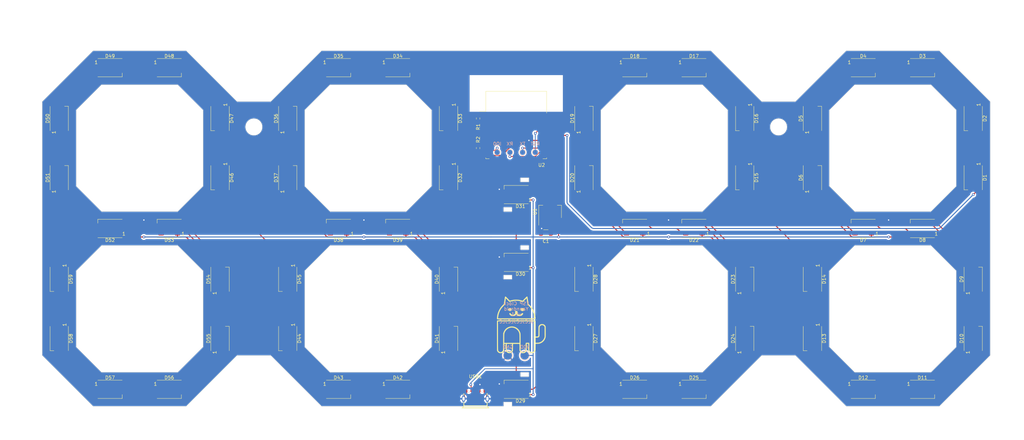
<source format=kicad_pcb>
(kicad_pcb (version 20240108) (generator "pcbnew") (generator_version "8.0")
  (title_block (title "ESP Clock") (rev "1.1") (company "Yanndroid"))
  (layers (0 "F.Cu" signal) (31 "B.Cu" signal) (34 "B.Paste" user) (35 "F.Paste" user) (36 "B.SilkS" user "B.Silkscreen") (37 "F.SilkS" user "F.Silkscreen") (38 "B.Mask" user) (39 "F.Mask" user) (44 "Edge.Cuts" user))
  (net 0 "")
  (net 1 "Net-(U1-VO)")
  (net 2 "Net-(D1-VDD)")
  (net 3 "GND")
  (net 4 "Net-(D1-DOUT)")
  (net 5 "Net-(D1-DIN)")
  (net 6 "Net-(D2-DOUT)")
  (net 7 "Net-(D3-DOUT)")
  (net 8 "Net-(D4-DOUT)")
  (net 9 "Net-(D5-DOUT)")
  (net 10 "Net-(D6-DOUT)")
  (net 11 "Net-(D7-DOUT)")
  (net 12 "Net-(D8-DOUT)")
  (net 13 "Net-(D10-DIN)")
  (net 14 "Net-(D10-DOUT)")
  (net 15 "Net-(D11-DOUT)")
  (net 16 "Net-(D12-DOUT)")
  (net 17 "Net-(D13-DOUT)")
  (net 18 "Net-(D14-DOUT)")
  (net 19 "Net-(D15-DOUT)")
  (net 20 "Net-(D16-DOUT)")
  (net 21 "Net-(D17-DOUT)")
  (net 22 "Net-(D18-DOUT)")
  (net 23 "Net-(D19-DOUT)")
  (net 24 "Net-(D20-DOUT)")
  (net 25 "Net-(D21-DOUT)")
  (net 26 "Net-(D22-DOUT)")
  (net 27 "Net-(D23-DOUT)")
  (net 28 "Net-(D24-DOUT)")
  (net 29 "Net-(D25-DOUT)")
  (net 30 "Net-(D26-DOUT)")
  (net 31 "Net-(D27-DOUT)")
  (net 32 "Net-(D28-DOUT)")
  (net 33 "Net-(D29-DOUT)")
  (net 34 "Net-(D30-DOUT)")
  (net 35 "Net-(D31-DOUT)")
  (net 36 "Net-(D32-DOUT)")
  (net 37 "Net-(D33-DOUT)")
  (net 38 "Net-(D34-DOUT)")
  (net 39 "Net-(D35-DOUT)")
  (net 40 "Net-(D36-DOUT)")
  (net 41 "Net-(D37-DOUT)")
  (net 42 "Net-(D38-DOUT)")
  (net 43 "Net-(D39-DOUT)")
  (net 44 "Net-(D40-DOUT)")
  (net 45 "Net-(D41-DOUT)")
  (net 46 "Net-(D42-DOUT)")
  (net 47 "Net-(D43-DOUT)")
  (net 48 "Net-(D44-DOUT)")
  (net 49 "Net-(D45-DOUT)")
  (net 50 "Net-(D46-DOUT)")
  (net 51 "Net-(D47-DOUT)")
  (net 52 "Net-(D48-DOUT)")
  (net 53 "Net-(D49-DOUT)")
  (net 54 "Net-(D50-DOUT)")
  (net 55 "Net-(D51-DOUT)")
  (net 56 "Net-(D52-DOUT)")
  (net 57 "Net-(D53-DOUT)")
  (net 58 "Net-(D54-DOUT)")
  (net 59 "Net-(D55-DOUT)")
  (net 60 "Net-(D56-DOUT)")
  (net 61 "Net-(D57-DOUT)")
  (net 62 "Net-(D58-DOUT)")
  (net 64 "Net-(U2-EN)")
  (net 65 "Net-(U2-IO15)")
  (net 66 "Net-(U2-IO0)")
  (net 67 "Net-(U2-RXD)")
  (net 68 "Net-(U2-TXD)")
  (net 74 "Net-(U2-RST)")
  (footprint "LED_SMD:LED_WS2812B_PLCC4_5.0x5.0mm_P3.2mm" (layer "F.Cu") (at 236.22 104.14 90)
    (property "Reference" "D19")
    (property "Value" "WS2812B")
  )
  (footprint "LED_SMD:LED_WS2812B_PLCC4_5.0x5.0mm_P3.2mm" (layer "F.Cu") (at 195.58 121.92 -90)
    (property "Reference" "D32")
    (property "Value" "WS2812B")
  )
  (footprint "LED_SMD:LED_WS2812B_PLCC4_5.0x5.0mm_P3.2mm" (layer "F.Cu") (at 180.34 88.9)
    (property "Reference" "D34")
    (property "Value" "WS2812B")
  )
  (footprint "LED_SMD:LED_WS2812B_PLCC4_5.0x5.0mm_P3.2mm" (layer "F.Cu") (at 269.24 88.9)
    (property "Reference" "D17")
    (property "Value" "WS2812B")
  )
  (footprint "LED_SMD:LED_WS2812B_PLCC4_5.0x5.0mm_P3.2mm" (layer "F.Cu") (at 127 121.92 -90)
    (property "Reference" "D46")
    (property "Value" "WS2812B")
  )
  (footprint "LED_SMD:LED_WS2812B_PLCC4_5.0x5.0mm_P3.2mm" (layer "F.Cu") (at 127 152.4 90)
    (property "Reference" "D54")
    (property "Value" "WS2812B")
  )
  (footprint "LED_SMD:LED_WS2812B_PLCC4_5.0x5.0mm_P3.2mm" (layer "F.Cu") (at 337.82 88.9)
    (property "Reference" "D3")
    (property "Value" "WS2812B")
  )
  (footprint "LED_SMD:LED_WS2812B_PLCC4_5.0x5.0mm_P3.2mm" (layer "F.Cu") (at 236.22 121.92 90)
    (property "Reference" "D20")
    (property "Value" "WS2812B")
  )
  (footprint "LED_SMD:LED_WS2812B_PLCC4_5.0x5.0mm_P3.2mm" (layer "F.Cu") (at 284.48 121.92 -90)
    (property "Reference" "D15")
    (property "Value" "WS2812B")
  )
  (footprint "LED_SMD:LED_WS2812B_PLCC4_5.0x5.0mm_P3.2mm" (layer "F.Cu") (at 147.32 121.92 90)
    (property "Reference" "D37")
    (property "Value" "WS2812B")
  )
  (footprint "LED_SMD:LED_WS2812B_PLCC4_5.0x5.0mm_P3.2mm" (layer "F.Cu") (at 284.48 152.4 90)
    (property "Reference" "D23")
    (property "Value" "WS2812B")
  )
  (footprint "LED_SMD:LED_WS2812B_PLCC4_5.0x5.0mm_P3.2mm" (layer "F.Cu") (at 304.8 170.18 -90)
    (property "Reference" "D13")
    (property "Value" "WS2812B")
  )
  (footprint "LED_SMD:LED_WS2812B_PLCC4_5.0x5.0mm_P3.2mm" (layer "F.Cu") (at 111.76 137.16 180)
    (property "Reference" "D53")
    (property "Value" "WS2812B")
  )
  (footprint "LED_SMD:LED_WS2812B_PLCC4_5.0x5.0mm_P3.2mm" (layer "F.Cu") (at 215.9 127 180)
    (property "Reference" "D31")
    (property "Value" "WS2812B")
  )
  (footprint "LED_SMD:LED_WS2812B_PLCC4_5.0x5.0mm_P3.2mm" (layer "F.Cu") (at 269.24 185.42)
    (property "Reference" "D25")
    (property "Value" "WS2812B")
  )
  (footprint "LED_SMD:LED_WS2812B_PLCC4_5.0x5.0mm_P3.2mm" (layer "F.Cu") (at 195.58 152.4 90)
    (property "Reference" "D40")
    (property "Value" "WS2812B")
  )
  (footprint "LED_SMD:LED_WS2812B_PLCC4_5.0x5.0mm_P3.2mm" (layer "F.Cu") (at 284.48 170.18 90)
    (property "Reference" "D24")
    (property "Value" "WS2812B")
  )
  (footprint "LED_SMD:LED_WS2812B_PLCC4_5.0x5.0mm_P3.2mm" (layer "F.Cu") (at 304.8 121.92 90)
    (property "Reference" "D6")
    (property "Value" "WS2812B")
  )
  (footprint "LED_SMD:LED_WS2812B_PLCC4_5.0x5.0mm_P3.2mm" (layer "F.Cu") (at 78.74 152.4 -90)
    (property "Reference" "D59")
    (property "Value" "WS2812B")
  )
  (footprint "LED_SMD:LED_WS2812B_PLCC4_5.0x5.0mm_P3.2mm" (layer "F.Cu") (at 251.46 185.42)
    (property "Reference" "D26")
    (property "Value" "WS2812B")
  )
  (footprint "LED_SMD:LED_WS2812B_PLCC4_5.0x5.0mm_P3.2mm" (layer "F.Cu") (at 195.58 170.18 90)
    (property "Reference" "D41")
    (property "Value" "WS2812B")
  )
  (footprint "LED_SMD:LED_WS2812B_PLCC4_5.0x5.0mm_P3.2mm" (layer "F.Cu") (at 162.56 185.42)
    (property "Reference" "D43")
    (property "Value" "WS2812B")
  )
  (footprint "LED_SMD:LED_WS2812B_PLCC4_5.0x5.0mm_P3.2mm" (layer "F.Cu") (at 236.22 170.18 -90)
    (property "Reference" "D27")
    (property "Value" "WS2812B")
  )
  (footprint "LED_SMD:LED_WS2812B_PLCC4_5.0x5.0mm_P3.2mm" (layer "F.Cu") (at 215.9 185.42 180)
    (property "Reference" "D29")
    (property "Value" "WS2812B")
  )
  (footprint "LED_SMD:LED_WS2812B_PLCC4_5.0x5.0mm_P3.2mm" (layer "F.Cu") (at 337.82 185.42)
    (property "Reference" "D11")
    (property "Value" "WS2812B")
  )
  (footprint "LED_SMD:LED_WS2812B_PLCC4_5.0x5.0mm_P3.2mm" (layer "F.Cu") (at 162.56 137.16 180)
    (property "Reference" "D38")
    (property "Value" "WS2812B")
  )
  (footprint "LED_SMD:LED_WS2812B_PLCC4_5.0x5.0mm_P3.2mm" (layer "F.Cu") (at 353.06 170.18 90)
    (property "Reference" "D10")
    (property "Value" "WS2812B")
  )
  (footprint "LED_SMD:LED_WS2812B_PLCC4_5.0x5.0mm_P3.2mm" (layer "F.Cu") (at 251.46 88.9)
    (property "Reference" "D18")
    (property "Value" "WS2812B")
  )
  (footprint "LED_SMD:LED_WS2812B_PLCC4_5.0x5.0mm_P3.2mm" (layer "F.Cu") (at 147.32 152.4 -90)
    (property "Reference" "D45")
    (property "Value" "WS2812B")
  )
  (footprint "LED_SMD:LED_WS2812B_PLCC4_5.0x5.0mm_P3.2mm" (layer "F.Cu") (at 236.22 152.4 -90)
    (property "Reference" "D28")
    (property "Value" "WS2812B")
  )
  (footprint "LED_SMD:LED_WS2812B_PLCC4_5.0x5.0mm_P3.2mm" (layer "F.Cu") (at 284.48 104.14 -90)
    (property "Reference" "D16")
    (property "Value" "WS2812B")
  )
  (footprint "LED_SMD:LED_WS2812B_PLCC4_5.0x5.0mm_P3.2mm" (layer "F.Cu") (at 353.06 152.4 90)
    (property "Reference" "D9")
    (property "Value" "WS2812B")
  )
  (footprint "RF_Module:ESP-WROOM-02" (layer "F.Cu") (at 215.9 109.22)
    (property "Reference" "U2")
    (property "Value" "ESP-WROOM-02")
  )
  (footprint "LED_SMD:LED_WS2812B_PLCC4_5.0x5.0mm_P3.2mm" (layer "F.Cu") (at 320.04 137.16 180)
    (property "Reference" "D7")
    (property "Value" "WS2812B")
  )
  (footprint "LED_SMD:LED_WS2812B_PLCC4_5.0x5.0mm_P3.2mm" (layer "F.Cu") (at 111.76 185.42)
    (property "Reference" "D56")
    (property "Value" "WS2812B")
  )
  (footprint "Package_TO_SOT_SMD:SOT-223-3_TabPin2" (layer "F.Cu") (at 226.06 132.08 90)
    (property "Reference" "U1")
    (property "Value" "AMS1117-3.3")
  )
  (footprint "LED_SMD:LED_WS2812B_PLCC4_5.0x5.0mm_P3.2mm" (layer "F.Cu") (at 78.74 121.92 90)
    (property "Reference" "D51")
    (property "Value" "WS2812B")
  )
  (footprint "LED_SMD:LED_WS2812B_PLCC4_5.0x5.0mm_P3.2mm" (layer "F.Cu") (at 337.82 137.16 180)
    (property "Reference" "D8")
    (property "Value" "WS2812B")
  )
  (footprint "LED_SMD:LED_WS2812B_PLCC4_5.0x5.0mm_P3.2mm" (layer "F.Cu") (at 111.76 88.9)
    (property "Reference" "D48")
    (property "Value" "WS2812B")
  )
  (footprint "LED_SMD:LED_WS2812B_PLCC4_5.0x5.0mm_P3.2mm" (layer "F.Cu") (at 93.98 88.9)
    (property "Reference" "D49")
    (property "Value" "WS2812B")
  )
  (footprint "LED_SMD:LED_WS2812B_PLCC4_5.0x5.0mm_P3.2mm" (layer "F.Cu") (at 78.74 170.18 -90)
    (property "Reference" "D58")
    (property "Value" "WS2812B")
  )
  (footprint "Resistor_SMD:R_0603_1608Metric" (layer "F.Cu") (at 204.47 104.14 -90)
    (property "Reference" "R1")
    (property "Value" "10k")
  )
  (footprint "LED_SMD:LED_WS2812B_PLCC4_5.0x5.0mm_P3.2mm" (layer "F.Cu") (at 127 170.18 90)
    (property "Reference" "D55")
    (property "Value" "WS2812B")
  )
  (footprint "LED_SMD:LED_WS2812B_PLCC4_5.0x5.0mm_P3.2mm" (layer "F.Cu") (at 269.24 137.16 180)
    (property "Reference" "D22")
    (property "Value" "WS2812B")
  )
  (footprint "LED_SMD:LED_WS2812B_PLCC4_5.0x5.0mm_P3.2mm" (layer "F.Cu") (at 78.74 104.14 90)
    (property "Reference" "D50")
    (property "Value" "WS2812B")
  )
  (footprint "LED_SMD:LED_WS2812B_PLCC4_5.0x5.0mm_P3.2mm" (layer "F.Cu") (at 162.56 88.9)
    (property "Reference" "D35")
    (property "Value" "WS2812B")
  )
  (footprint "LED_SMD:LED_WS2812B_PLCC4_5.0x5.0mm_P3.2mm" (layer "F.Cu") (at 215.9 147.32 180)
    (property "Reference" "D30")
    (property "Value" "WS2812B")
  )
  (footprint "LED_SMD:LED_WS2812B_PLCC4_5.0x5.0mm_P3.2mm" (layer "F.Cu") (at 304.8 104.14 90)
    (property "Reference" "D5")
    (property "Value" "WS2812B")
  )
  (footprint "LED_SMD:LED_WS2812B_PLCC4_5.0x5.0mm_P3.2mm" (layer "F.Cu") (at 195.58 104.14 -90)
    (property "Reference" "D33")
    (property "Value" "WS2812B")
  )
  (footprint "LED_SMD:LED_WS2812B_PLCC4_5.0x5.0mm_P3.2mm" (layer "F.Cu") (at 180.34 137.16 180)
    (property "Reference" "D39")
    (property "Value" "WS2812B")
  )
  (footprint "LED_SMD:LED_WS2812B_PLCC4_5.0x5.0mm_P3.2mm" (layer "F.Cu") (at 180.34 185.42)
    (property "Reference" "D42")
    (property "Value" "WS2812B")
  )
  (footprint "LED_SMD:LED_WS2812B_PLCC4_5.0x5.0mm_P3.2mm" (layer "F.Cu") (at 127 104.14 -90)
    (property "Reference" "D47")
    (property "Value" "WS2812B")
  )
  (footprint "LED_SMD:LED_WS2812B_PLCC4_5.0x5.0mm_P3.2mm" (layer "F.Cu") (at 147.32 104.14 90)
    (property "Reference" "D36")
    (property "Value" "WS2812B")
  )
  (footprint "Capacitor_SMD:C_1206_3216Metric" (layer "F.Cu") (at 224.79 138.43 180)
    (property "Reference" "C1")
    (property "Value" "100µF")
  )
  (footprint "LED_SMD:LED_WS2812B_PLCC4_5.0x5.0mm_P3.2mm" (layer "F.Cu") (at 93.98 137.16 180)
    (property "Reference" "D52")
    (property "Value" "WS2812B")
  )
  (footprint "LED_SMD:LED_WS2812B_PLCC4_5.0x5.0mm_P3.2mm" (layer "F.Cu") (at 147.32 170.18 -90)
    (property "Reference" "D44")
    (property "Value" "WS2812B")
  )
  (footprint "Resistor_SMD:R_0603_1608Metric" (layer "F.Cu") (at 204.47 113.03 -90)
    (property "Reference" "R2")
    (property "Value" "10k")
  )
  (footprint "LED_SMD:LED_WS2812B_PLCC4_5.0x5.0mm_P3.2mm" (layer "F.Cu") (at 93.98 185.42)
    (property "Reference" "D57")
    (property "Value" "WS2812B")
  )
  (footprint "LED_SMD:LED_WS2812B_PLCC4_5.0x5.0mm_P3.2mm" (layer "F.Cu") (at 320.04 185.42)
    (property "Reference" "D12")
    (property "Value" "WS2812B")
  )
  (footprint "LED_SMD:LED_WS2812B_PLCC4_5.0x5.0mm_P3.2mm" (layer "F.Cu") (at 353.06 121.92 -90)
    (property "Reference" "D1")
    (property "Value" "WS2812B")
  )
  (footprint "LED_SMD:LED_WS2812B_PLCC4_5.0x5.0mm_P3.2mm" (layer "F.Cu") (at 353.06 104.14 -90)
    (property "Reference" "D2")
    (property "Value" "WS2812B")
  )
  (footprint "LED_SMD:LED_WS2812B_PLCC4_5.0x5.0mm_P3.2mm" (layer "F.Cu") (at 320.04 88.9)
    (property "Reference" "D4")
    (property "Value" "WS2812B")
  )
  (footprint "LED_SMD:LED_WS2812B_PLCC4_5.0x5.0mm_P3.2mm" (layer "F.Cu") (at 251.46 137.16 180)
    (property "Reference" "D21")
    (property "Value" "WS2812B")
  )
  (footprint "LED_SMD:LED_WS2812B_PLCC4_5.0x5.0mm_P3.2mm" (layer "F.Cu") (at 304.8 152.4 -90)
    (property "Reference" "D14")
    (property "Value" "WS2812B")
  )
  (footprint "easyeda:MICRO-USB-SMD_U254-051T-4BH81-S1S" (layer "F.Cu") (at 203.67 186.91)
    (property "Reference" "USB1")
    (property "Value" "U254-051T-4BH81-S1S")
  )
  (footprint "LOGO" (layer "F.Cu") (at 215.9 166.37)
    (property "Reference" " ")
    (property "Value" "LOGO" (hide yes))
  )
  (footprint "TestPoint:TestPoint_Pad_D1.5mm" (layer "B.Cu") (at 213.995 114.3 180)
    (property "Reference" "TP2")
    (property "Value" "RX")
  )
  (footprint "TestPoint:TestPoint_Pad_D2.5mm" (layer "B.Cu") (at 213.36 175.26 180)
    (property "Reference" "TP5" (hide yes))
    (property "Value" "GND")
  )
  (footprint "TestPoint:TestPoint_Pad_D1.5mm" (layer "B.Cu") (at 210.185 114.3 180)
    (property "Reference" "TP1")
    (property "Value" "IO0")
  )
  (footprint "TestPoint:TestPoint_Pad_D2.5mm" (layer "B.Cu") (at 218.44 175.26 180)
    (property "Reference" "TP4" (hide yes))
    (property "Value" "VDD")
  )
  (footprint "TestPoint:TestPoint_Pad_D1.5mm" (layer "B.Cu") (at 217.805 114.3 180)
    (property "Reference" "TP3")
    (property "Value" "TX")
  )
  (footprint "TestPoint:TestPoint_Pad_D1.5mm" (layer "B.Cu") (at 221.615 114.3 180)
    (property "Reference" "TP6")
    (property "Value" "RST")
  )
  (gr_line (start 160.02 180.34) (end 182.88 180.34) (stroke (width 0.1)) (layer "Edge.Cuts"))
  (gr_line (start 317.5 93.98) (end 309.88 101.6) (stroke (width 0.1)) (layer "Edge.Cuts"))
  (gr_line (start 212.09 189.23) (end 214.63 189.23) (stroke (width 0.1)) (layer "Edge.Cuts"))
  (gr_line (start 271.78 132.08) (end 279.4 124.46) (stroke (width 0.1)) (layer "Edge.Cuts"))
  (gr_line (start 152.4 149.86) (end 152.4 172.72) (stroke (width 0.1)) (layer "Edge.Cuts"))
  (gr_line (start 114.3 132.08) (end 121.92 124.46) (stroke (width 0.1)) (layer "Edge.Cuts"))
  (gr_line (start 340.36 93.98) (end 317.5 93.98) (stroke (width 0.1)) (layer "Edge.Cuts"))
  (gr_line (start 317.5 180.34) (end 340.36 180.34) (stroke (width 0.1)) (layer "Edge.Cuts"))
  (gr_line (start 114.3 142.24) (end 91.44 142.24) (stroke (width 0.1)) (layer "Edge.Cuts"))
  (gr_line (start 116.84 190.5) (end 88.9 190.5) (stroke (width 0.1)) (layer "Edge.Cuts"))
  (gr_line (start 73.66 99.06) (end 88.9 83.82) (stroke (width 0.1)) (layer "Edge.Cuts"))
  (gr_line (start 347.98 124.46) (end 347.98 101.6) (stroke (width 0.1)) (layer "Edge.Cuts"))
  (gr_line (start 248.92 142.24) (end 271.78 142.24) (stroke (width 0.1)) (layer "Edge.Cuts"))
  (gr_line (start 152.4 124.46) (end 160.02 132.08) (stroke (width 0.1)) (layer "Edge.Cuts"))
  (gr_line (start 342.9 190.5) (end 314.96 190.5) (stroke (width 0.1)) (layer "Edge.Cuts"))
  (gr_line (start 88.9 190.5) (end 73.66 175.26) (stroke (width 0.1)) (layer "Edge.Cuts"))
  (gr_line (start 182.88 93.98) (end 160.02 93.98) (stroke (width 0.1)) (layer "Edge.Cuts"))
  (gr_line (start 160.02 132.08) (end 182.88 132.08) (stroke (width 0.1)) (layer "Edge.Cuts"))
  (gr_line (start 114.3 180.34) (end 121.92 172.72) (stroke (width 0.1)) (layer "Edge.Cuts"))
  (gr_line (start 214.63 190.5) (end 274.32 190.5) (stroke (width 0.1)) (layer "Edge.Cuts"))
  (gr_line (start 340.36 142.24) (end 317.5 142.24) (stroke (width 0.1)) (layer "Edge.Cuts"))
  (gr_line (start 182.88 142.24) (end 160.02 142.24) (stroke (width 0.1)) (layer "Edge.Cuts"))
  (gr_line (start 83.82 124.46) (end 91.44 132.08) (stroke (width 0.1)) (layer "Edge.Cuts"))
  (gr_line (start 241.3 101.6) (end 241.3 124.46) (stroke (width 0.1)) (layer "Edge.Cuts"))
  (gr_rect (start 217.17 121.92) (end 219.71 123.19) (stroke (width 0.1)) (fill none) (layer "Edge.Cuts"))
  (gr_line (start 116.84 83.82) (end 132.08 99.06) (stroke (width 0.1)) (layer "Edge.Cuts"))
  (gr_circle (center 137.16 106.68) (end 139.7 106.68) (stroke (width 0.1)) (fill none) (layer "Edge.Cuts"))
  (gr_line (start 190.5 172.72) (end 190.5 149.86) (stroke (width 0.1)) (layer "Edge.Cuts"))
  (gr_line (start 309.88 172.72) (end 317.5 180.34) (stroke (width 0.1)) (layer "Edge.Cuts"))
  (gr_line (start 88.9 83.82) (end 116.84 83.82) (stroke (width 0.1)) (layer "Edge.Cuts"))
  (gr_line (start 314.96 190.5) (end 299.72 175.26) (stroke (width 0.1)) (layer "Edge.Cuts"))
  (gr_line (start 83.82 149.86) (end 83.82 172.72) (stroke (width 0.1)) (layer "Edge.Cuts"))
  (gr_line (start 248.92 180.34) (end 241.3 172.72) (stroke (width 0.1)) (layer "Edge.Cuts"))
  (gr_line (start 279.4 101.6) (end 271.78 93.98) (stroke (width 0.1)) (layer "Edge.Cuts"))
  (gr_line (start 142.24 99.06) (end 157.48 83.82) (stroke (width 0.1)) (layer "Edge.Cuts"))
  (gr_line (start 271.78 180.34) (end 248.92 180.34) (stroke (width 0.1)) (layer "Edge.Cuts"))
  (gr_line (start 340.36 180.34) (end 347.98 172.72) (stroke (width 0.1)) (layer "Edge.Cuts"))
  (gr_line (start 299.72 99.06) (end 314.96 83.82) (stroke (width 0.1)) (layer "Edge.Cuts"))
  (gr_line (start 91.44 93.98) (end 83.82 101.6) (stroke (width 0.1)) (layer "Edge.Cuts"))
  (gr_line (start 83.82 172.72) (end 91.44 180.34) (stroke (width 0.1)) (layer "Edge.Cuts"))
  (gr_line (start 212.09 190.5) (end 212.09 189.23) (stroke (width 0.1)) (layer "Edge.Cuts"))
  (gr_line (start 157.48 190.5) (end 212.09 190.5) (stroke (width 0.1)) (layer "Edge.Cuts"))
  (gr_line (start 157.48 190.5) (end 142.24 175.26) (stroke (width 0.1)) (layer "Edge.Cuts"))
  (gr_line (start 241.3 124.46) (end 248.92 132.08) (stroke (width 0.1)) (layer "Edge.Cuts"))
  (gr_line (start 309.88 124.46) (end 317.5 132.08) (stroke (width 0.1)) (layer "Edge.Cuts"))
  (gr_line (start 314.96 83.82) (end 342.9 83.82) (stroke (width 0.1)) (layer "Edge.Cuts"))
  (gr_rect (start 212.09 130.81) (end 214.63 132.08) (stroke (width 0.1)) (fill none) (layer "Edge.Cuts"))
  (gr_line (start 114.3 93.98) (end 91.44 93.98) (stroke (width 0.1)) (layer "Edge.Cuts"))
  (gr_line (start 347.98 172.72) (end 347.98 149.86) (stroke (width 0.1)) (layer "Edge.Cuts"))
  (gr_line (start 190.5 124.46) (end 190.5 101.6) (stroke (width 0.1)) (layer "Edge.Cuts"))
  (gr_line (start 91.44 142.24) (end 83.82 149.86) (stroke (width 0.1)) (layer "Edge.Cuts"))
  (gr_line (start 182.88 180.34) (end 190.5 172.72) (stroke (width 0.1)) (layer "Edge.Cuts"))
  (gr_line (start 91.44 132.08) (end 114.3 132.08) (stroke (width 0.1)) (layer "Edge.Cuts"))
  (gr_line (start 271.78 142.24) (end 279.4 149.86) (stroke (width 0.1)) (layer "Edge.Cuts"))
  (gr_line (start 274.32 83.82) (end 289.56 99.06) (stroke (width 0.1)) (layer "Edge.Cuts"))
  (gr_line (start 358.14 99.06) (end 358.14 175.26) (stroke (width 0.1)) (layer "Edge.Cuts"))
  (gr_line (start 241.3 172.72) (end 241.3 149.86) (stroke (width 0.1)) (layer "Edge.Cuts"))
  (gr_line (start 121.92 101.6) (end 114.3 93.98) (stroke (width 0.1)) (layer "Edge.Cuts"))
  (gr_rect (start 212.09 151.13) (end 214.63 152.4) (stroke (width 0.1)) (fill none) (layer "Edge.Cuts"))
  (gr_line (start 121.92 149.86) (end 114.3 142.24) (stroke (width 0.1)) (layer "Edge.Cuts"))
  (gr_line (start 83.82 101.6) (end 83.82 124.46) (stroke (width 0.1)) (layer "Edge.Cuts"))
  (gr_line (start 317.5 132.08) (end 340.36 132.08) (stroke (width 0.1)) (layer "Edge.Cuts"))
  (gr_rect (start 217.17 180.34) (end 219.71 181.61) (stroke (width 0.1)) (fill none) (layer "Edge.Cuts"))
  (gr_line (start 347.98 149.86) (end 340.36 142.24) (stroke (width 0.1)) (layer "Edge.Cuts"))
  (gr_line (start 73.66 175.26) (end 73.66 99.06) (stroke (width 0.1)) (layer "Edge.Cuts"))
  (gr_line (start 347.98 101.6) (end 340.36 93.98) (stroke (width 0.1)) (layer "Edge.Cuts"))
  (gr_line (start 299.72 175.26) (end 289.56 175.26) (stroke (width 0.1)) (layer "Edge.Cuts"))
  (gr_line (start 190.5 149.86) (end 182.88 142.24) (stroke (width 0.1)) (layer "Edge.Cuts"))
  (gr_line (start 121.92 124.46) (end 121.92 101.6) (stroke (width 0.1)) (layer "Edge.Cuts"))
  (gr_line (start 342.9 83.82) (end 358.14 99.06) (stroke (width 0.1)) (layer "Edge.Cuts"))
  (gr_line (start 160.02 93.98) (end 152.4 101.6) (stroke (width 0.1)) (layer "Edge.Cuts"))
  (gr_line (start 289.56 175.26) (end 274.32 190.5) (stroke (width 0.1)) (layer "Edge.Cuts"))
  (gr_line (start 248.92 93.98) (end 241.3 101.6) (stroke (width 0.1)) (layer "Edge.Cuts"))
  (gr_line (start 279.4 124.46) (end 279.4 101.6) (stroke (width 0.1)) (layer "Edge.Cuts"))
  (gr_line (start 132.08 99.06) (end 142.24 99.06) (stroke (width 0.1)) (layer "Edge.Cuts"))
  (gr_line (start 358.14 175.26) (end 342.9 190.5) (stroke (width 0.1)) (layer "Edge.Cuts"))
  (gr_line (start 309.88 101.6) (end 309.88 124.46) (stroke (width 0.1)) (layer "Edge.Cuts"))
  (gr_line (start 279.4 172.72) (end 271.78 180.34) (stroke (width 0.1)) (layer "Edge.Cuts"))
  (gr_rect (start 217.17 142.24) (end 219.71 143.51) (stroke (width 0.1)) (fill none) (layer "Edge.Cuts"))
  (gr_line (start 248.92 132.08) (end 271.78 132.08) (stroke (width 0.1)) (layer "Edge.Cuts"))
  (gr_line (start 152.4 101.6) (end 152.4 124.46) (stroke (width 0.1)) (layer "Edge.Cuts"))
  (gr_line (start 271.78 93.98) (end 248.92 93.98) (stroke (width 0.1)) (layer "Edge.Cuts"))
  (gr_circle (center 294.64 106.68) (end 297.18 106.68) (stroke (width 0.1)) (fill none) (layer "Edge.Cuts"))
  (gr_line (start 279.4 149.86) (end 279.4 172.72) (stroke (width 0.1)) (layer "Edge.Cuts"))
  (gr_line (start 182.88 132.08) (end 190.5 124.46) (stroke (width 0.1)) (layer "Edge.Cuts"))
  (gr_line (start 214.63 189.23) (end 214.63 190.5) (stroke (width 0.1)) (layer "Edge.Cuts"))
  (gr_line (start 317.5 142.24) (end 309.88 149.86) (stroke (width 0.1)) (layer "Edge.Cuts"))
  (gr_line (start 289.56 99.06) (end 299.72 99.06) (stroke (width 0.1)) (layer "Edge.Cuts"))
  (gr_line (start 160.02 142.24) (end 152.4 149.86) (stroke (width 0.1)) (layer "Edge.Cuts"))
  (gr_line (start 152.4 172.72) (end 160.02 180.34) (stroke (width 0.1)) (layer "Edge.Cuts"))
  (gr_line (start 121.92 172.72) (end 121.92 149.86) (stroke (width 0.1)) (layer "Edge.Cuts"))
  (gr_line (start 309.88 149.86) (end 309.88 172.72) (stroke (width 0.1)) (layer "Edge.Cuts"))
  (gr_line (start 157.48 83.82) (end 274.32 83.82) (stroke (width 0.1)) (layer "Edge.Cuts"))
  (gr_line (start 241.3 149.86) (end 248.92 142.24) (stroke (width 0.1)) (layer "Edge.Cuts"))
  (gr_line (start 132.08 175.26) (end 116.84 190.5) (stroke (width 0.1)) (layer "Edge.Cuts"))
  (gr_line (start 91.44 180.34) (end 114.3 180.34) (stroke (width 0.1)) (layer "Edge.Cuts"))
  (gr_line (start 340.36 132.08) (end 347.98 124.46) (stroke (width 0.1)) (layer "Edge.Cuts"))
  (gr_line (start 142.24 175.26) (end 132.08 175.26) (stroke (width 0.1)) (layer "Edge.Cuts"))
  (gr_line (start 190.5 101.6) (end 182.88 93.98) (stroke (width 0.1)) (layer "Edge.Cuts"))
  (gr_text "ESP Clock\nYanndroid\nv1.1" (at 215.9 161.29 0) (layer "B.SilkS") (effects (font (size 1 1)) (justify mirror)))
  (gr_text "JLCJLCJLCJLC" (at 215.9 165.1 0) (layer "B.SilkS") (effects (font (size 1 1)) (justify mirror)))
  (segment (start 226.06 138.225) (end 226.265 138.43) (width 0.3) (layer "F.Cu") (net 1))
  (segment (start 226.06 135.23) (end 226.06 128.93) (width 0.3) (layer "F.Cu") (net 1))
  (segment (start 205.447107 117.817107) (end 203.492893 115.862893) (width 0.3) (layer "F.Cu") (net 1))
  (segment (start 203.492893 103.847107) (end 203.732107 103.607893) (width 0.3) (layer "F.Cu") (net 1))
  (segment (start 207.055 103.315) (end 207.15 103.22) (width 0.3) (layer "F.Cu") (net 1))
  (segment (start 226.06 135.23) (end 226.06 138.225) (width 0.3) (layer "F.Cu") (net 1))
  (segment (start 218.025786 118.11) (end 206.154214 118.11) (width 0.3) (layer "F.Cu") (net 1))
  (segment (start 226.06 128.93) (end 226.06 126.144214) (width 0.3) (layer "F.Cu") (net 1))
  (segment (start 204.47 103.315) (end 207.055 103.315) (width 0.3) (layer "F.Cu") (net 1))
  (segment (start 225.767107 125.437107) (end 218.732893 118.402893) (width 0.3) (layer "F.Cu") (net 1))
  (segment (start 204.439214 103.315) (end 204.47 103.315) (width 0.3) (layer "F.Cu") (net 1))
  (segment (start 203.2 115.155786) (end 203.2 104.554214) (width 0.3) (layer "F.Cu") (net 1))
  (arc (start 218.025786 118.11) (mid 218.408469 118.18612) (end 218.732893 118.402893) (width 0.3) (layer "F.Cu") (net 1))
  (arc (start 203.2 104.554214) (mid 203.27612 104.171531) (end 203.492893 103.847107) (width 0.3) (layer "F.Cu") (net 1))
  (arc (start 203.2 115.155786) (mid 203.27612 115.538469) (end 203.492893 115.862893) (width 0.3) (layer "F.Cu") (net 1))
  (arc (start 226.06 126.144214) (mid 225.98388 125.761531) (end 225.767107 125.437107) (width 0.3) (layer "F.Cu") (net 1))
  (arc (start 205.447107 117.817107) (mid 205.77153 118.03388) (end 206.154214 118.11) (width 0.3) (layer "F.Cu") (net 1))
  (arc (start 204.439214 103.315) (mid 204.056531 103.39112) (end 203.732107 103.607893) (width 0.3) (layer "F.Cu") (net 1))
  (segment (start 76.29 106.59) (end 77.14 106.59) (width 0.3) (layer "F.Cu") (net 2))
  (segment (start 248.92 86.36) (end 248.465192 86.36) (width 0.3) (layer "F.Cu") (net 2))
  (segment (start 350.52 172.72) (end 350.61 172.63) (width 0.3) (layer "F.Cu") (net 2))
  (segment (start 249.01 183.82) (end 249.01 182.97) (width 0.3) (layer "F.Cu") (net 2))
  (segment (start 355.51 101.69) (end 354.66 101.69) (width 0.3) (layer "F.Cu") (net 2))
  (segment (start 248.92 182.88) (end 266.7 182.88) (width 0.3) (layer "F.Cu") (net 2))
  (segment (start 218.35 148.92) (end 220.98 148.92) (width 0.3) (layer "F.Cu") (net 2))
  (segment (start 286.93 119.47) (end 287.02 119.38) (width 0.3) (layer "F.Cu") (net 2))
  (segment (start 177.8 182.88) (end 177.89 182.97) (width 0.3) (layer "F.Cu") (net 2))
  (segment (start 307.25 149.95) (end 306.4 149.95) (width 0.3) (layer "F.Cu") (net 2))
  (segment (start 160.11 182.97) (end 160.11 183.82) (width 0.3) (layer "F.Cu") (net 2))
  (segment (start 302.552893 125.621915) (end 316.338085 139.407107) (width 0.3) (layer "F.Cu") (net 2))
  (segment (start 124.55 154.85) (end 125.4 154.85) (width 0.3) (layer "F.Cu") (net 2))
  (segment (start 342.485786 182.88) (end 335.28 182.88) (width 0.3) (layer "F.Cu") (net 2))
  (segment (start 193.04 172.72) (end 193.13 172.63) (width 0.3) (layer "F.Cu") (net 2))
  (segment (start 335.28 86.36) (end 317.5 86.36) (width 0.3) (layer "F.Cu") (net 2))
  (segment (start 149.86 167.64) (end 149.77 167.73) (width 0.3) (layer "F.Cu") (net 2))
  (segment (start 266.7 182.88) (end 266.79 182.97) (width 0.3) (layer "F.Cu") (net 2))
  (segment (start 350.61 172.63) (end 350.61 174.755786) (width 0.3) (layer "F.Cu") (net 2))
  (segment (start 317.5 182.88) (end 317.59 182.97) (width 0.3) (layer "F.Cu") (net 2))
  (segment (start 109.22 182.88) (end 109.31 182.97) (width 0.3) (layer "F.Cu") (net 2))
  (segment (start 350.61 172.63) (end 351.46 172.63) (width 0.3) (layer "F.Cu") (net 2))
  (segment (start 248.92 182.88) (end 246.794214 182.88) (width 0.3) (layer "F.Cu") (net 2))
  (segment (start 148.92 149.95) (end 149.77 149.95) (width 0.3) (layer "F.Cu") (net 2))
  (segment (start 302.35 124.37) (end 303.2 124.37) (width 0.3) (layer "F.Cu") (net 2))
  (segment (start 307.34 167.64) (end 307.34 174.845786) (width 0.3) (layer "F.Cu") (net 2))
  (segment (start 149.86 167.64) (end 149.86 174.845786) (width 0.3) (layer "F.Cu") (net 2))
  (segment (start 302.26 106.68) (end 302.26 124.46) (width 0.3) (layer "F.Cu") (net 2))
  (segment (start 238.76 174.845786) (end 238.76 167.64) (width 0.3) (layer "F.Cu") (net 2))
  (segment (start 281.94 154.76) (end 281.94 147.734214) (width 0.3) (layer "F.Cu") (net 2))
  (segment (start 317.59 86.45) (end 317.59 87.3) (width 0.3) (layer "F.Cu") (net 2))
  (segment (start 91.53 182.97) (end 91.53 183.82) (width 0.3) (layer "F.Cu") (net 2))
  (segment (start 165.01 138.76) (end 165.01 139.61) (width 0.3) (layer "F.Cu") (net 2))
  (segment (start 81.28 167.64) (end 81.28 174.845786) (width 0.3) (layer "F.Cu") (net 2))
  (segment (start 193.04 154.94) (end 193.13 154.85) (width 0.3) (layer "F.Cu") (net 2))
  (segment (start 124.55 154.85) (end 124.55 147.824214) (width 0.3) (layer "F.Cu") (net 2))
  (segment (start 282.03 154.85) (end 281.94 154.76) (width 0.3) (layer "F.Cu") (net 2))
  (segment (start 198.12 101.6) (end 198.12 119.38) (width 0.3) (layer "F.Cu") (net 2))
  (segment (start 198.12 101.145192) (end 198.12 101.6) (width 0.3) (layer "F.Cu") (net 2))
  (segment (start 238.76 149.86) (end 238.67 149.95) (width 0.3) (layer "F.Cu") (net 2))
  (segment (start 109.31 182.97) (end 109.31 183.82) (width 0.3) (layer "F.Cu") (net 2))
  (segment (start 355.6 101.6) (end 355.6 119.38) (width 0.3) (layer "F.Cu") (net 2))
  (segment (start 281.94 174.845786) (end 281.94 172.72) (width 0.3) (layer "F.Cu") (net 2))
  (segment (start 76.2 124.46) (end 76.29 124.37) (width 0.3) (layer "F.Cu") (net 2))
  (segment (start 282.03 172.63) (end 282.88 172.63) (width 0.3) (layer "F.Cu") (net 2))
  (segment (start 81.19 167.73) (end 80.34 167.73) (width 0.3) (layer "F.Cu") (net 2))
  (segment (start 335.37 86.45) (end 335.28 86.36) (width 0.3) (layer "F.Cu") (net 2))
  (segment (start 192.747107 147.027107) (end 185.712893 139.992893) (width 0.3) (layer "F.Cu") (net 2))
  (segment (start 322.49 139.61) (end 322.49 138.76) (width 0.3) (layer "F.Cu") (net 2))
  (segment (start 238.67 167.73) (end 237.82 167.73) (width 0.3) (layer "F.Cu") (net 2))
  (segment (start 198.03 101.69) (end 197.18 101.69) (width 0.3) (layer "F.Cu") (net 2))
  (segment (start 233.68 101.145192) (end 233.68 106.68) (width 0.3) (layer "F.Cu") (net 2))
  (segment (start 76.492893 100.438085) (end 90.278085 86.652893) (width 0.3) (layer "F.Cu") (net 2))
  (segment (start 81.28 167.64) (end 81.19 167.73) (width 0.3) (layer "F.Cu") (net 2))
  (segment (start 198.03 119.47) (end 197.18 119.47) (width 0.3) (layer "F.Cu") (net 2))
  (segment (start 76.2 106.68) (end 76.2 101.145192) (width 0.3) (layer "F.Cu") (net 2))
  (segment (start 287.02 119.38) (end 287.02 101.6) (width 0.3) (layer "F.Cu") (net 2))
  (segment (start 193.04 172.54) (end 193.04 154.94) (width 0.3) (layer "F.Cu") (net 2))
  (segment (start 144.78 124.914808) (end 144.78 124.46) (width 0.3) (layer "F.Cu") (net 2))
  (segment (start 253.91 139.61) (end 253.91 138.76) (width 0.3) (layer "F.Cu") (net 2))
  (segment (start 246.087107 182.587107) (end 239.052893 175.552893) (width 0.3) (layer "F.Cu") (net 2))
  (segment (start 182.88 139.7) (end 165.1 139.7) (width 0.3) (layer "F.Cu") (net 2))
  (segment (start 91.44 182.88) (end 109.22 182.88) (width 0.3) (layer "F.Cu") (net 2))
  (segment (start 247.758085 86.652893) (end 233.972893 100.438085) (width 0.3) (layer "F.Cu") (net 2))
  (segment (start 307.25 167.73) (end 306.4 167.73) (width 0.3) (layer "F.Cu") (net 2))
  (segment (start 350.52 154.94) (end 350.52 172.72) (width 0.3) (layer "F.Cu") (net 2))
  (segment (start 91.53 86.45) (end 91.53 87.3) (width 0.3) (layer "F.Cu") (net 2))
  (segment (start 76.29 124.37) (end 76.2 124.28) (width 0.3) (layer "F.Cu") (net 2))
  (segment (start 340.36 139.7) (end 340.27 139.61) (width 0.3) (layer "F.Cu") (net 2))
  (segment (start 266.7 182.88) (end 273.905786 182.88) (width 0.3) (layer "F.Cu") (net 2))
  (segment (start 317.5 86.36) (end 317.045192 86.36) (width 0.3) (layer "F.Cu") (net 2))
  (segment (start 340.36 139.7) (end 342.485786 139.7) (width 0.3) (layer "F.Cu") (net 2))
  (segment (start 149.86 149.86) (end 149.86 167.64) (width 0.3) (layer "F.Cu") (net 2))
  (segment (start 287.02 101.6) (end 287.02 101.145192) (width 0.3) (layer "F.Cu") (net 2))
  (segment (start 158.858085 139.407107) (end 145.072893 125.621915) (width 0.3) (layer "F.Cu") (net 2))
  (segment (start 271.78 139.7) (end 271.69 139.61) (width 0.3) (layer "F.Cu") (net 2))
  (segment (start 274.612893 182.587107) (end 281.647107 175.552893) (width 0.3) (layer "F.Cu") (net 2))
  (segment (start 282.03 154.85) (end 282.88 154.85) (width 0.3) (layer "F.Cu") (net 2))
  (segment (start 96.43 139.61) (end 96.43 138.76) (width 0.3) (layer "F.Cu") (net 2))
  (segment (start 218.35 128.6) (end 220.98 128.6) (width 0.3) (layer "F.Cu") (net 2))
  (segment (start 177.8 86.36) (end 177.89 86.45) (width 0.3) (layer "F.Cu") (net 2))
  (segment (start 281.94 172.72) (end 282.03 172.63) (width 0.3) (layer "F.Cu") (net 2))
  (segment (start 129.54 101.145192) (end 129.54 101.6) (width 0.3) (layer "F.Cu") (net 2))
  (segment (start 272.234808 86.36) (end 266.7 86.36) (width 0.3) (layer "F.Cu") (net 2))
  (segment (start 307.34 167.64) (end 307.34 149.86) (width 0.3) (layer "F.Cu") (net 2))
  (segment (start 198.12 101.6) (end 198.03 101.69) (width 0.3) (layer "F.Cu") (net 2))
  (segment (start 124.46 172.72) (end 124.55 172.63) (width 0.3) (layer "F.Cu") (net 2))
  (segment (start 159.565192 86.36) (end 160.02 86.36) (width 0.3) (layer "F.Cu") (net 2))
  (segment (start 202.37 184.12) (end 202.25 184) (width 0.25) (layer "F.Cu") (net 2))
  (segment (start 233.77 106.59) (end 234.62 106.59) (width 0.3) (layer "F.Cu") (net 2))
  (segment (start 177.8 182.88) (end 185.005786 182.88) (width 0.3) (layer "F.Cu") (net 2))
  (segment (start 193.04 154.76) (end 193.04 147.734214) (width 0.3) (layer "F.Cu") (net 2))
  (segment (start 266.79 86.45) (end 266.79 87.3) (width 0.3) (layer "F.Cu") (net 2))
  (segment (start 350.52 154.94) (end 350.61 154.85) (width 0.3) (layer "F.Cu") (net 2))
  (segment (start 281.94 172.54) (end 281.94 154.94) (width 0.3) (layer "F.Cu") (net 2))
  (segment (start 144.78 106.68) (end 144.78 101.145192) (width 0.3) (layer "F.Cu") (net 2))
  (segment (start 81.19 149.95) (end 81.28 149.86) (width 0.3) (layer "F.Cu") (net 2))
  (segment (start 315.374214 182.88) (end 317.5 182.88) (width 0.3) (layer "F.Cu") (net 2))
  (segment (start 282.03 172.63) (end 281.94 172.54) (width 0.3) (layer "F.Cu") (net 2))
  (segment (start 80.34 149.95) (end 81.19 149.95) (width 0.3) (layer "F.Cu") (net 2))
  (segment (start 233.68 106.68) (end 233.68 124.46) (width 0.3) (layer "F.Cu") (net 2))
  (segment (start 149.77 149.95) (end 149.86 149.86) (width 0.3) (layer "F.Cu") (net 2))
  (segment (start 228.6 139.7) (end 228.6 135.47) (width 0.3) (layer "F.Cu") (net 2))
  (segment (start 238.76 167.64) (end 238.76 149.86) (width 0.3) (layer "F.Cu") (net 2))
  (segment (start 116.425786 139.7) (end 114.3 139.7) (width 0.3) (layer "F.Cu") (net 2))
  (segment (start 144.87 124.37) (end 145.72 124.37) (width 0.3) (layer "F.Cu") (net 2))
  (segment (start 266.7 86.36) (end 266.79 86.45) (width 0.3) (layer "F.Cu") (net 2))
  (segment (start 202.37 185.57) (end 202.37 184.12) (width 0.25) (layer "F.Cu") (net 2))
  (segment (start 198.12 119.38) (end 198.03 119.47) (width 0.3) (layer "F.Cu") (net 2))
  (segment (start 185.712893 182.587107) (end 192.747107 175.552893) (width 0.3) (layer "F.Cu") (net 2))
  (segment (start 124.257107 147.117107) (end 117.132893 139.992893) (width 0.3) (layer "F.Cu") (net 2))
  (segment (start 96.52 139.7) (end 96.43 139.61) (width 0.3) (layer "F.Cu") (net 2))
  (segment (start 145.072893 100.438085) (end 158.858085 86.652893) (width 0.3) (layer "F.Cu") (net 2))
  (segment (start 109.22 86.36) (end 114.754808 86.36) (width 0.3) (layer "F.Cu") (net 2))
  (segment (start 193.13 154.85) (end 193.04 154.76) (width 0.3) (layer "F.Cu") (net 2))
  (segment (start 355.6 101.145192) (end 355.6 101.6) (width 0.3) (layer "F.Cu") (net 2))
  (segment (start 91.44 86.36) (end 91.53 86.45) (width 0.3) (layer "F.Cu") (net 2))
  (segment (start 157.894214 182.88) (end 160.02 182.88) (width 0.3) (layer "F.Cu") (net 2))
  (segment (start 177.89 182.97) (end 177.89 183.82) (width 0.3) (layer "F.Cu") (net 2))
  (segment (start 281.647107 147.027107) (end 274.612893 139.992893) (width 0.3) (layer "F.Cu") (net 2))
  (segment (start 335.28 86.36) (end 340.814808 86.36) (width 0.3) (layer "F.Cu") (net 2))
  (segment (start 307.632893 175.552893) (end 314.667107 182.587107) (width 0.3) (layer "F.Cu") (net 2))
  (segment (start 286.08 119.47) (end 286.93 119.47) (width 0.3) (layer "F.Cu") (net 2))
  (segment (start 124.55 172.63) (end 125.4 172.63) (width 0.3) (layer "F.Cu") (net 2))
  (segment (start 90.985192 86.36) (end 91.44 86.36) (width 0.3) (layer "F.Cu") (net 2))
  (segment (start 114.3 139.7) (end 114.21 139.61) (width 0.3) (layer "F.Cu") (net 2))
  (segment (start 81.28 149.86) (end 81.28 167.64) (width 0.3) (layer "F.Cu") (net 2))
  (segment (start 350.317107 175.462893) (end 343.192893 182.587107) (width 0.3) (layer "F.Cu") (net 2))
  (segment (start 302.35 106.59) (end 303.2 106.59) (width 0.3) (layer "F.Cu") (net 2))
  (segment (start 129.45 119.47) (end 128.6 119.47) (width 0.3) (layer "F.Cu") (net 2))
  (segment (start 76.2 106.68) (end 76.29 106.59) (width 0.3) (layer "F.Cu") (net 2))
  (segment (start 96.52 139.7) (end 90.985192 139.7) (width 0.3) (layer "F.Cu") (net 2))
  (segment (start 144.78 124.46) (end 144.78 106.68) (width 0.3) (layer "F.Cu") (net 2))
  (segment (start 238.76 167.64) (end 238.67 167.73) (width 0.3) (layer "F.Cu") (net 2))
  (segment (start 233.77 124.37) (end 234.62 124.37) (width 0.3) (layer "F.Cu") (net 2))
  (segment (start 76.29 124.37) (end 77.14 124.37) (width 0.3) (layer "F.Cu") (net 2))
  (segment (start 322.58 139.7) (end 322.49 139.61) (width 0.3) (layer "F.Cu") (net 2))
  (segment (start 182.88 139.7) (end 182.79 139.61) (width 0.3) (layer "F.Cu") (net 2))
  (segment (start 254 139.7) (end 253.91 139.61) (width 0.3) (layer "F.Cu") (net 2))
  (segment (start 350.61 154.85) (end 351.46 154.85) (width 0.3) (layer "F.Cu") (net 2))
  (segment (start 144.78 124.46) (end 144.87 124.37) (width 0.3) (layer "F.Cu") (net 2))
  (segment (start 271.78 139.7) (end 254 139.7) (width 0.3) (layer "F.Cu") (net 2))
  (segment (start 287.02 101.6) (end 286.93 101.69) (width 0.3) (layer "F.Cu") (net 2))
  (segment (start 302.26 101.145192) (end 302.26 106.68) (width 0.3) (layer "F.Cu") (net 2))
  (segment (start 144.78 106.68) (end 144.87 106.59) (width 0.3) (layer "F.Cu") (net 2))
  (segment (start 193.13 172.63) (end 193.04 172.54) (width 0.3) (layer "F.Cu") (net 2))
  (segment (start 355.51 119.47) (end 354.66 119.47) (width 0.3) (layer "F.Cu") (net 2))
  (segment (start 129.54 119.38) (end 129.45 119.47) (width 0.3) (layer "F.Cu") (net 2))
  (segment (start 307.34 167.64) (end 307.25 167.73) (width 0.3) (layer "F.Cu") (net 2))
  (segment (start 115.461915 86.652893) (end 129.247107 100.438085) (width 0.3) (layer "F.Cu") (net 2))
  (segment (start 271.69 139.61) (end 271.69 138.76) (width 0.3) (layer "F.Cu") (net 2))
  (segment (start 233.972893 125.621915) (end 247.758085 139.407107) (width 0.3) (layer "F.Cu") (net 2))
  (segment (start 266.7 86.36) (end 248.92 86.36) (width 0.3) (layer "F.Cu") (net 2))
  (segment (start 248.465192 139.7) (end 254 139.7) (width 0.3) (layer "F.Cu") (net 2))
  (segment (start 316.338085 86.652893) (end 302.552893 100.438085) (width 0.3) (layer "F.Cu") (net 2))
  (segment (start 273.905786 139.7) (end 271.78 139.7) (width 0.3) (layer "F.Cu") (net 2))
  (segment (start 185.005786 139.7) (end 182.88 139.7) (width 0.3) (layer "F.Cu") (net 2))
  (segment (start 317.045192 139.7) (end 322.58 139.7) (width 0.3) (layer "F.Cu") (net 2))
  (segment (start 218.35 187.02) (end 220.98 187.02) (width 0.3) (layer "F.Cu") (net 2))
  (segment (start 129.45 101.69) (end 128.6 101.69) (width 0.3) (layer "F.Cu") (net 2))
  (segment (start 177.89 86.45) (end 177.89 87.3) (width 0.3) (layer "F.Cu") (net 2))
  (segment (start 114.12 139.7) (end 96.52 139.7) (width 0.3) (layer "F.Cu") (net 2))
  (segment (start 81.572893 175.552893) (end 88.607107 182.587107) (width 0.3) (layer "F.Cu") (net 2))
  (segment (start 248.92 86.36) (end 249.01 86.45) (width 0.3) (layer "F.Cu") (net 2))
  (segment (start 124.55 155.03) (end 124.46 154.94) (width 0.3) (layer "F.Cu") (net 2))
  (segment (start 160.02 182.88) (end 160.11 182.97) (width 0.3) (layer "F.Cu") (net 2))
  (segment (start 177.8 86.36) (end 183.334808 86.36) (width 0.3) (layer "F.Cu") (net 2))
  (segment (start 302.26 124.46) (end 302.35 124.37) (width 0.3) (layer "F.Cu") (net 2))
  (segment (start 90.278085 139.407107) (end 76.492893 125.621915) (width 0.3) (layer "F.Cu") (net 2))
  (segment (start 228.6 135.47) (end 228.36 135.23) (width 0.3) (layer "F.Cu") (net 2))
  (segment (start 117.132893 182.587107) (end 124.167107 175.552893) (width 0.3) (layer "F.Cu") (net 2))
  (segment (start 165.01 139.61) (end 165.1 139.7) (width 0.3) (layer "F.Cu") (net 2))
  (segment (start 124.46 174.845786) (end 124.46 172.72) (width 0.3) (layer "F.Cu") (net 2))
  (segment (start 114.21 139.61) (end 114.12 139.7) (width 0.3) (layer "F.Cu") (net 2))
  (segment (start 238.67 149.95) (end 237.82 149.95) (width 0.3) (layer "F.Cu") (net 2))
  (segment (start 76.2 124.914808) (end 76.2 124.46) (width 0.3) (layer "F.Cu") (net 2))
  (segment (start 355.6 101.6) (end 355.51 101.69) (width 0.3) (layer "F.Cu") (net 2))
  (segment (start 160.02 86.36) (end 160.11 86.45) (width 0.3) (layer "F.Cu") (net 2))
  (segment (start 114.21 139.61) (end 114.21 138.76) (width 0.3) (layer "F.Cu") (net 2))
  (segment (start 249.01 86.45) (end 249.01 87.3) (width 0.3) (layer "F.Cu") (net 2))
  (segment (start 341.521915 86.652893) (end 355.307107 100.438085) (width 0.3) (layer "F.Cu") (net 2))
  (segment (start 109.31 86.45) (end 109.31 87.3) (width 0.3) (layer "F.Cu") (net 2))
  (segment (start 89.314214 182.88) (end 91.44 182.88) (width 0.3) (layer "F.Cu") (net 2))
  (segment (start 76.2 124.28) (end 76.2 106.68) (width 0.3) (layer "F.Cu") (net 2))
  (segment (start 317.5 86.36) (end 317.59 86.45) (width 0.3) (layer "F.Cu") (net 2))
  (segment (start 322.58 139.7) (end 340.36 139.7) (width 0.3) (layer "F.Cu") (net 2))
  (segment (start 129.54 101.6) (end 129.54 119.38) (width 0.3) (layer "F.Cu") (net 2))
  (segment (start 160.02 86.36) (end 177.8 86.36) (width 0.3) (layer "F.Cu") (net 2))
  (segment (start 286.727107 100.438085) (end 272.941915 86.652893) (width 0.3) (layer "F.Cu") (net 2))
  (segment (start 165.1 139.7) (end 159.565192 139.7) (width 0.3) (layer "F.Cu") (net 2))
  (segment (start 109.22 86.36) (end 109.31 86.45) (width 0.3) (layer "F.Cu") (net 2))
  (segment (start 193.13 154.85) (end 193.98 154.85) (width 0.3) (layer "F.Cu") (net 2))
  (segment (start 286.93 101.69) (end 286.08 101.69) (width 0.3) (layer "F.Cu") (net 2))
  (segment (start 302.26 124.46) (end 302.26 124.914808) (width 0.3) (layer "F.Cu") (net 2))
  (segment (start 182.79 139.61) (end 182.79 138.76) (width 0.3) (layer "F.Cu") (net 2))
  (segment (start 184.041915 86.652893) (end 197.827107 100.438085) (width 0.3) (layer "F.Cu") (net 2))
  (segment (start 144.87 106.59) (end 145.72 106.59) (width 0.3) (layer "F.Cu") (net 2))
  (segment (start 193.13 172.63) (end 193.98 172.63) (width 0.3) (layer "F.Cu") (net 2))
  (segment (start 91.44 86.36) (end 109.22 86.36) (width 0.3) (layer "F.Cu") (net 2))
  (segment (start 350.52 147.734214) (end 350.52 154.94) (width 0.3) (layer "F.Cu") (net 2))
  (segment (start 249.01 182.97) (end 248.92 182.88) (width 0.3) (layer "F.Cu") (net 2))
  (segment (start 233.68 106.68) (end 233.77 106.59) (width 0.3) (layer "F.Cu") (net 2))
  (segment (start 233.68 124.46) (end 233.77 124.37) (width 0.3) (layer "F.Cu") (net 2))
  (segment (start 335.37 182.97) (end 335.37 183.82) (width 0.3) (layer "F.Cu") (net 2))
  (segment (start 160.11 86.45) (end 160.11 87.3) (width 0.3) (layer "F.Cu") (net 2))
  (segment (start 335.28 182.88) (end 335.37 182.97) (width 0.3) (layer "F.Cu") (net 2))
  (segment (start 150.152893 175.552893) (end 157.187107 182.587107) (width 0.3) (layer "F.Cu") (net 2))
  (segment (start 160.02 182.88) (end 177.8 182.88) (width 0.3) (layer "F.Cu") (net 2))
  (segment (start 335.28 182.88) (end 317.5 182.88) (width 0.3) (layer "F.Cu") (net 2))
  (segment (start 302.26 106.68) (end 302.35 106.59) (width 0.3) (layer "F.Cu") (net 2))
  (segment (start 124.55 172.63) (end 124.55 155.03) (width 0.3) (layer "F.Cu") (net 2))
  (segment (start 149.77 167.73) (end 148.92 167.73) (width 0.3) (layer "F.Cu") (net 2))
  (segment (start 355.6 119.38) (end 355.51 119.47) (width 0.3) (layer "F.Cu") (net 2))
  (segment (start 317.59 182.97) (end 317.59 183.82) (width 0.3) (layer "F.Cu") (net 2))
  (segment (start 91.44 182.88) (end 91.53 182.97) (width 0.3) (layer "F.Cu") (net 2))
  (segment (start 109.22 182.88) (end 116.425786 182.88) (width 0.3) (layer "F.Cu") (net 2))
  (segment (start 193.04 174.845786) (end 193.04 172.72) (width 0.3) (layer "F.Cu") (net 2))
  (segment (start 124.46 154.94) (end 124.55 154.85) (width 0.3) (layer "F.Cu") (net 2))
  (segment (start 129.54 101.6) (end 129.45 101.69) (width 0.3) (layer "F.Cu") (net 2))
  (segment (start 233.68 124.46) (end 233.68 124.914808) (width 0.3) (layer "F.Cu") (net 2))
  (segment (start 307.34 149.86) (end 307.25 149.95) (width 0.3) (layer "F.Cu") (net 2))
  (segment (start 281.94 154.94) (end 282.03 154.85) (width 0.3) (layer "F.Cu") (net 2))
  (segment (start 340.27 139.61) (end 340.27 138.76) (width 0.3) (layer "F.Cu") (net 2))
  (segment (start 343.192893 139.992893) (end 350.227107 147.027107) (width 0.3) (layer "F.Cu") (net 2))
  (segment (start 266.79 182.97) (end 266.79 183.82) (width 0.3) (layer "F.Cu") (net 2))
  (segment (start 335.37 87.3) (end 335.37 86.45) (width 0.3) (layer "F.Cu") (net 2))
  (via (at 104.14 139.7) (size 0.8) (drill 0.4) (layers "F.Cu" "B.Cu") (net 2))
  (via (at 228.6 139.7) (size 0.8) (drill 0.4) (layers "F.Cu" "B.Cu") (net 2))
  (via (at 202.25 184) (size 0.8) (drill 0.4) (layers "F.Cu" "B.Cu") (net 2))
  (via (at 327.66 139.7) (size 0.8) (drill 0.4) (layers "F.Cu" "B.Cu") (net 2))
  (via (at 170.18 139.7) (size 0.8) (drill 0.4) (layers "F.Cu" "B.Cu") (net 2))
  (via (at 220.98 128.6) (size 0.8) (drill 0.4) (layers "F.Cu" "B.Cu") (net 2))
  (via (at 220.98 187.02) (size 0.8) (drill 0.4) (layers "F.Cu" "B.Cu") (net 2))
  (via (at 220.98 148.92) (size 0.8) (drill 0.4) (layers "F.Cu" "B.Cu") (net 2))
  (via (at 261.62 139.7) (size 0.8) (drill 0.4) (layers "F.Cu" "B.Cu") (net 2))
  (arc (start 183.334808 86.36) (mid 183.717491 86.43612) (end 184.041915 86.652893) (width 0.3) (layer "F.Cu") (net 2))
  (arc (start 129.54 101.145192) (mid 129.46388 100.762509) (end 129.247107 100.438085) (width 0.3) (layer "F.Cu") (net 2))
  (arc (start 90.985192 86.36) (mid 90.602509 86.43612) (end 90.278085 86.652893) (width 0.3) (layer "F.Cu") (net 2))
  (arc (start 90.985192 139.7) (mid 90.602509 139.62388) (end 90.278085 139.407107) (width 0.3) (layer "F.Cu") (net 2))
  (arc (start 281.94 174.845786) (mid 281.86388 175.228469) (end 281.647107 175.552893) (width 0.3) (layer "F.Cu") (net 2))
  (arc (start 302.26 101.145192) (mid 302.33612 100.762509) (end 302.552893 100.438085) (width 0.3) (layer "F.Cu") (net 2))
  (arc (start 317.045192 86.36) (mid 316.662509 86.43612) (end 316.338085 86.652893) (width 0.3) (layer "F.Cu") (net 2))
  (arc (start 185.005786 182.88) (mid 185.388469 182.80388) (end 185.712893 182.587107) (width 0.3) (layer "F.Cu") (net 2))
  (arc (start 88.607107 182.587107) (mid 88.93153 182.80388) (end 89.314214 182.88) (width 0.3) (layer "F.Cu") (net 2))
  (arc (start 76.492893 100.438085) (mid 76.27612 100.762508) (end 76.2 101.145192) (width 0.3) (layer "F.Cu") (net 2))
  (arc (start 193.04 147.734214) (mid 192.96388 147.351531) (end 192.747107 147.027107) (width 0.3) (layer "F.Cu") (net 2))
  (arc (start 343.192893 182.587107) (mid 342.86847 182.80388) (end 342.485786 182.88) (width 0.3) (layer "F.Cu") (net 2))
  (arc (start 341.521915 86.652893) (mid 341.197492 86.43612) (end 340.814808 86.36) (width 0.3) (layer "F.Cu") (net 2))
  (arc (start 144.78 101.145192) (mid 144.85612 100.762509) (end 145.072893 100.438085) (width 0.3) (layer "F.Cu") (net 2))
  (arc (start 192.747107 175.552893) (mid 192.96388 175.22847) (end 193.04 174.845786) (width 0.3) (layer "F.Cu") (net 2))
  (arc (start 316.338085 139.407107) (mid 316.662508 139.62388) (end 317.045192 139.7) (width 0.3) (layer "F.Cu") (net 2))
  (arc (start 185.712893 139.992893) (mid 185.38847 139.77612) (end 185.005786 139.7) (width 0.3) (layer "F.Cu") (net 2))
  (arc (start 144.78 124.914808) (mid 144.85612 125.297491) (end 145.072893 125.621915) (width 0.3) (layer "F.Cu") (net 2))
  (arc (start 307.34 174.845786) (mid 307.41612 175.228469) (end 307.632893 175.552893) (width 0.3) (layer "F.Cu") (net 2))
  (arc (start 124.55 147.824214) (mid 124.47388 147.441531) (end 124.257107 147.117107) (width 0.3) (layer "F.Cu") (net 2))
  (arc (start 281.94 147.734214) (mid 281.86388 147.351531) (end 281.647107 147.027107) (width 0.3) (layer "F.Cu") (net 2))
  (arc (start 350.52 147.734214) (mid 350.44388 147.351531) (end 350.227107 147.027107) (width 0.3) (layer "F.Cu") (net 2))
  (arc (start 157.894214 182.88) (mid 157.511531 182.80388) (end 157.187107 182.587107) (width 0.3) (layer "F.Cu") (net 2))
  (arc (start 114.754808 86.36) (mid 115.137491 86.43612) (end 115.461915 86.652893) (width 0.3) (layer "F.Cu") (net 2))
  (arc (start 273.905786 182.88) (mid 274.288469 182.80388) (end 274.612893 182.587107) (width 0.3) (layer "F.Cu") (net 2))
  (arc (start 302.26 124.914808) (mid 302.33612 125.297491) (end 302.552893 125.621915) (width 0.3) (layer "F.Cu") (net 2))
  (arc (start 117.132893 182.587107) (mid 116.80847 182.80388) (end 116.425786 182.88) (width 0.3) (layer "F.Cu") (net 2))
  (arc (start 233.68 101.145192) (mid 233.75612 100.762509) (end 233.972893 100.438085) (width 0.3) (layer "F.Cu") (net 2))
  (arc (start 149.86 174.845786) (mid 149.93612 175.228469) (end 150.152893 175.552893) (width 0.3) (layer "F.Cu") (net 2))
  (arc (start 246.087107 182.587107) (mid 246.41153 182.80388) (end 246.794214 182.88) (width 0.3) (layer "F.Cu") (net 2))
  (arc (start 286.727107 100.438085) (mid 286.94388 100.762508) (end 287.02 101.145192) (width 0.3) (layer "F.Cu") (net 2))
  (arc (start 315.374214 182.88) (mid 314.991531 182.80388) (end 314.667107 182.587107) (width 0.3) (layer "F.Cu") (net 2))
  (arc (start 342.485786 139.7) (mid 342.868469 139.77612) (end 343.192893 139.992893) (width 0.3) (layer "F.Cu") (net 2))
  (arc (start 238.76 174.845786) (mid 238.83612 175.228469) (end 239.052893 175.552893) (width 0.3) (layer "F.Cu") (net 2))
  (arc (start 159.565192 139.7) (mid 159.182509 139.62388) (end 158.858085 139.407107) (width 0.3) (layer "F.Cu") (net 2))
  (arc (start 274.612893 139.992893) (mid 274.28847 139.77612) (end 273.905786 139.7) (width 0.3) (layer "F.Cu") (net 2))
  (arc (start 124.167107 175.552893) (mid 124.38388 175.22847) (end 124.46 174.845786) (width 0.3) (layer "F.Cu") (net 2))
  (arc (start 233.68 124.914808) (mid 233.75612 125.297491) (end 233.972893 125.621915) (width 0.3) (layer "F.Cu") (net 2))
  (arc (start 81.28 174.845786) (mid 81.35612 175.228469) (end 81.572893 175.552893) (width 0.3) (layer "F.Cu") (net 2))
  (arc (start 159.565192 86.36) (mid 159.182509 86.43612) (end 158.858085 86.652893) (width 0.3) (layer "F.Cu") (net 2))
  (arc (start 198.12 101.145192) (mid 198.04388 100.762509) (end 197.827107 100.438085) (width 0.3) (layer "F.Cu") (net 2))
  (arc (start 76.492893 125.621915) (mid 76.27612 125.297492) (end 76.2 124.914808) (width 0.3) (layer "F.Cu") (net 2))
  (arc (start 247.758085 139.407107) (mid 248.082508 139.62388) (end 248.465192 139.7) (width 0.3) (layer "F.Cu") (net 2))
  (arc (start 116.425786 139.7) (mid 116.808469 139.77612) (end 117.132893 139.992893) (width 0.3) (layer "F.Cu") (net 2))
  (arc (start 247.758085 86.652893) (mid 248.082508 86.43612) (end 248.465192 86.36) (width 0.3) (layer "F.Cu") (net 2))
  (arc (start 350.317107 175.462893) (mid 350.53388 175.13847) (end 350.61 174.755786) (width 0.3) (layer "F.Cu") (net 2))
  (arc (start 355.307107 100.438085) (mid 355.52388 100.762508) (end 355.6 101.145192) (width 0.3) (layer "F.Cu") (net 2))
  (arc (start 272.941915 86.652893) (mid 272.617492 86.43612) (end 272.234808 86.36) (width 0.3) (layer "F.Cu") (net 2))
  (segment (start 202.25 183.5) (end 206.5 179.25) (width 0.25) (layer "B.Cu") (net 2))
  (segment (start 228.6 139.7) (end 231.14 139.7) (width 0.3) (layer "B.Cu") (net 2))
  (segment (start 327.66 139.7) (end 261.62 139.7) (width 0.3) (layer "B.Cu") (net 2))
  (segment (start 170.18 139.7) (end 208.28 139.7) (width 0.3) (layer "B.Cu") (net 2))
  (segment (start 220.98 175.26) (end 220.98 179.07) (width 0.3) (layer "B.Cu") (net 2))
  (segment (start 220.98 139.7) (end 220.98 175.26) (width 0.3) (layer "B.Cu") (net 2))
  (segment (start 208.28 139.7) (end 220.98 139.7) (width 0.3) (layer "B.Cu") (net 2))
  (segment (start 231.14 139.7) (end 261.62 139.7) (width 0.3) (layer "B.Cu") (net 2))
  (segment (start 206.5 179.25) (end 220.98 179.25) (width 0.25) (layer "B.Cu") (net 2))
  (segment (start 220.98 179.25) (end 220.98 187.02) (width 0.3) (layer "B.Cu") (net 2))
  (segment (start 220.98 139.7) (end 228.6 139.7) (width 0.3) (layer "B.Cu") (net 2))
  (segment (start 220.98 179.07) (end 220.98 179.25) (width 0.3) (layer "B.Cu") (net 2))
  (segment (start 218.44 175.26) (end 220.98 175.26) (width 0.3) (layer "B.Cu") (net 2))
  (segment (start 104.14 139.7) (end 170.18 139.7) (width 0.3) (layer "B.Cu") (net 2))
  (segment (start 220.98 139.7) (end 220.98 128.6) (width 0.3) (layer "B.Cu") (net 2))
  (segment (start 202.25 184) (end 202.25 183.5) (width 0.25) (layer "B.Cu") (net 2))
  (segment (start 165.01 187.87) (end 165.01 187.02) (width 0.3) (layer "F.Cu") (net 3))
  (segment (start 124.46 99.474214) (end 124.46 106.68) (width 0.3) (layer "F.Cu") (net 3))
  (segment (start 287.02 167.64) (end 287.02 173.174808) (width 0.3) (layer "F.Cu") (net 3))
  (segment (start 217 109.83) (end 217.597107 110.427107) (width 0.3) (layer "F.Cu") (net 3))
  (segment (start 114.3 91.44) (end 116.425786 91.44) (width 0.3) (layer "F.Cu") (net 3))
  (segment (start 340.36 187.96) (end 340.27 187.87) (width 0.3) (layer "F.Cu") (net 3))
  (segment (start 317.59 134.71) (end 317.68 134.62) (width 0.3) (layer "F.Cu") (net 3))
  (segment (start 340.36 187.96) (end 322.58 187.96) (width 0.3) (layer "F.Cu") (net 3))
  (segment (start 193.04 106.68) (end 193.13 106.59) (width 0.3) (layer "F.Cu") (net 3))
  (segment (start 90.985192 187.96) (end 96.52 187.96) (width 0.3) (layer "F.Cu") (net 3))
  (segment (start 350.61 106.59) (end 351.46 106.59) (width 0.3) (layer "F.Cu") (net 3))
  (segment (start 322.49 91.35) (end 322.4 91.44) (width 0.3) (layer "F.Cu") (net 3))
  (segment (start 129.54 149.86) (end 129.45 149.95) (width 0.3) (layer "F.Cu") (net 3))
  (segment (start 160.02 134.62) (end 157.894214 134.62) (width 0.3) (layer "F.Cu") (net 3))
  (segment (start 248.92 134.62) (end 249.01 134.71) (width 0.3) (layer "F.Cu") (net 3))
  (segment (start 335.28 134.62) (end 335.37 134.71) (width 0.3) (layer "F.Cu") (net 3))
  (segment (start 165.1 187.96) (end 182.88 187.96) (width 0.3) (layer "F.Cu") (net 3))
  (segment (start 302.35 172.63) (end 302.26 172.72) (width 0.3) (layer "F.Cu") (net 3))
  (segment (start 182.88 91.44) (end 185.005786 91.44) (width 0.3) (layer "F.Cu") (net 3))
  (segment (start 177.8 134.62) (end 160.02 134.62) (width 0.3) (layer "F.Cu") (net 3))
  (segment (start 302.26 154.94) (end 302.35 154.85) (width 0.3) (layer "F.Cu") (net 3))
  (segment (start 218.304214 110.72) (end 219.48 110.72) (width 0.3) (layer "F.Cu") (net 3))
  (segment (start 160.11 134.71) (end 160.11 135.56) (width 0.3) (layer "F.Cu") (net 3))
  (segment (start 204.97 185.57) (end 204.97 184.03) (width 0.25) (layer "F.Cu") (net 3))
  (segment (start 350.52 99.474214) (end 350.52 106.68) (width 0.3) (layer "F.Cu") (net 3))
  (segment (start 253.91 91.35) (end 253.91 90.5) (width 0.3) (layer "F.Cu") (net 3))
  (segment (start 355.307107 173.881915) (end 341.521915 187.667107) (width 0.3) (layer "F.Cu") (net 3))
  (segment (start 114.21 91.35) (end 114.21 90.5) (width 0.3) (layer "F.Cu") (net 3))
  (segment (start 129.45 167.73) (end 128.6 167.73) (width 0.3) (layer "F.Cu") (net 3))
  (segment (start 238.67 101.69) (end 237.82 101.69) (width 0.3) (layer "F.Cu") (net 3))
  (segment (start 322.49 91.35) (end 322.49 90.5) (width 0.3) (layer "F.Cu") (net 3))
  (segment (start 217.354214 110.72) (end 219.48 110.72) (width 0.3) (layer "F.Cu") (net 3))
  (segment (start 114.3 187.96) (end 114.754808 187.96) (width 0.3) (layer "F.Cu") (net 3))
  (segment (start 286.727107 173.881915) (end 272.941915 187.667107) (width 0.3) (layer "F.Cu") (net 3))
  (segment (start 286.93 149.95) (end 286.08 149.95) (width 0.3) (layer "F.Cu") (net 3))
  (segment (start 307.34 119.38) (end 307.34 126.585786) (width 0.3) (layer "F.Cu") (net 3))
  (segment (start 335.37 134.71) (end 335.37 135.56) (width 0.3) (layer "F.Cu") (net 3))
  (segment (start 211.61 115.22) (end 217 109.83) (width 0.3) (layer "F.Cu") (net 3))
  (segment (start 76.2 172.72) (end 76.2 173.174808) (width 0.3) (layer "F.Cu") (net 3))
  (segment (start 287.02 149.86) (end 287.02 149.405192) (width 0.3) (layer "F.Cu") (net 3))
  (segment (start 177.8 134.62) (end 177.89 134.71) (width 0.3) (layer "F.Cu") (net 3))
  (segment (start 207.11 188.11) (end 207.25 188.25) (width 0.25) (layer "F.Cu") (net 3))
  (segment (start 149.86 101.6) (end 149.86 99.474214) (width 0.3) (layer "F.Cu") (net 3))
  (segment (start 81.19 119.47) (end 80.34 119.47) (width 0.3) (layer "F.Cu") (net 3))
  (segment (start 233.68 172.54) (end 233.68 154.94) (width 0.3) (layer "F.Cu") (net 3))
  (segment (start 81.28 101.6) (end 81.19 101.69) (width 0.3) (layer "F.Cu") (net 3))
  (segment (start 239.052893 127.292893) (end 246.087107 134.327107) (width 0.3) (layer "F.Cu") (net 3))
  (segment (start 287.02 167.64) (end 287.02 149.86) (width 0.3) (layer "F.Cu") (net 3))
  (segment (start 271.78 91.44) (end 254 91.44) (width 0.3) (layer "F.Cu") (net 3))
  (segment (start 246.177107 91.642893) (end 239.052893 98.767107) (width 0.3) (layer "F.Cu") (net 3))
  (segment (start 76.29 172.63) (end 77.14 172.63) (width 0.3) (layer "F.Cu") (net 3))
  (segment (start 149.86 101.6) (end 149.77 101.69) (width 0.3) (layer "F.Cu") (net 3))
  (segment (start 350.61 124.37) (end 351.46 124.37) (width 0.3) (layer "F.Cu") (net 3))
  (segment (start 223.52 137.16) (end 223.52 138.225) (width 0.3) (layer "F.Cu") (net 3))
  (segment (start 238.76 119.38) (end 238.67 119.47) (width 0.3) (layer "F.Cu") (net 3))
  (segment (start 114.3 91.44) (end 114.21 91.35) (width 0.3) (layer "F.Cu") (net 3))
  (segment (start 350.52 124.46) (end 350.61 124.37) (width 0.3) (layer "F.Cu") (net 3))
  (segment (start 149.86 126.585786) (end 149.86 119.38) (width 0.3) (layer "F.Cu") (net 3))
  (segment (start 282.88 124.37) (end 282.03 124.37) (width 0.3) (layer "F.Cu") (net 3))
  (segment (start 322.58 91.44) (end 322.49 91.35) (width 0.3) (layer "F.Cu") (net 3))
  (segment (start 307.34 99.474214) (end 307.34 101.6) (width 0.3) (layer "F.Cu") (net 3))
  (segment (start 350.52 106.68) (end 350.52 124.46) (width 0.3) (layer "F.Cu") (net 3))
  (segment (start 109.31 134.71) (end 109.31 135.56) (width 0.3) (layer "F.Cu") (net 3))
  (segment (start 246.794214 134.62) (end 248.92 134.62) (width 0.3) (layer "F.Cu") (net 3))
  (segment (start 124.46 106.68) (end 124.55 106.59) (width 0.3) (layer "F.Cu") (net 3))
  (segment (start 144.78 172.72) (end 144.78 154.94) (width 0.3) (layer "F.Cu") (net 3))
  (segment (start 317.045192 187.96) (end 322.58 187.96) (width 0.3) (layer "F.Cu") (net 3))
  (segment (start 254 91.44) (end 253.91 91.35) (width 0.3) (layer "F.Cu") (net 3))
  (segment (start 124.55 106.59) (end 125.4 106.59) (width 0.3) (layer "F.Cu") (net 3))
  (segment (start 224.65 103.22) (end 223.61 103.22) (width 0.25) (layer "F.Cu") (net 3))
  (segment (start 76.29 154.85) (end 76.2 154.94) (width 0.3) (layer "F.Cu") (net 3))
  (segment (start 144.87 172.63) (end 144.78 172.72) (width 0.3) (layer "F.Cu") (net 3))
  (segment (start 81.572893 127.292893) (end 88.607107 134.327107) (width 0.3) (layer "F.Cu") (net 3))
  (segment (start 271.78 187.96) (end 271.69 187.87) (width 0.3) (layer "F.Cu") (net 3))
  (segment (start 343.192893 91.732893) (end 350.227107 98.767107) (width 0.3) (layer "F.Cu") (net 3))
  (segment (start 165.01 91.35) (end 165.01 90.5) (width 0.3) (layer "F.Cu") (net 3))
  (segment (start 355.6 149.86) (end 355.51 149.95) (width 0.3) (layer "F.Cu") (net 3))
  (segment (start 204.97 188.01) (end 204.87 188.11) (width 0.25) (layer "F.Cu") (net 3))
  (segment (start 81.572893 98.767107) (end 88.607107 91.732893) (width 0.3) (layer "F.Cu") (net 3))
  (segment (start 322.58 187.96) (end 322.49 187.87) (width 0.3) (layer "F.Cu") (net 3))
  (segment (start 281.94 106.68) (end 282.03 106.59) (width 0.3) (layer "F.Cu") (net 3))
  (segment (start 185.712893 91.732893) (end 192.747107 98.767107) (width 0.3) (layer "F.Cu") (net 3))
  (segment (start 205.542107 114.927107) (end 204.47 113.855) (width 0.3) (layer "F.Cu") (net 3))
  (segment (start 219.48 110.72) (end 224.65 110.72) (width 0.3) (layer "F.Cu") (net 3))
  (segment (start 96.52 187.96) (end 114.3 187.96) (width 0.3) (layer "F.Cu") (net 3))
  (segment (start 271.78 91.44) (end 271.69 91.35) (width 0.3) (layer "F.Cu") (net 3))
  (segment (start 182.88 91.44) (end 182.79 91.35) (width 0.3) (layer "F.Cu") (net 3))
  (segment (start 355.6 167.64) (end 355.51 167.73) (width 0.3) (layer "F.Cu") (net 3))
  (segment (start 193.04 106.68) (end 193.04 124.46) (width 0.3) (layer "F.Cu") (net 3))
  (segment (start 317.68 134.62) (end 335.28 134.62) (width 0.3) (layer "F.Cu") (net 3))
  (segment (start 206.97 187.97) (end 207.25 188.25) (width 0.25) (layer "F.Cu") (net 3))
  (segment (start 355.51 149.95) (end 354.66 149.95) (width 0.3) (layer "F.Cu") (net 3))
  (segment (start 91.44 134.62) (end 91.53 134.71) (width 0.3) (layer "F.Cu") (net 3))
  (segment (start 281.647107 98.767107) (end 274.612893 91.732893) (width 0.3) (layer "F.Cu") (net 3))
  (segment (start 124.46 124.46) (end 124.55 124.37) (width 0.3) (layer "F.Cu") (net 3))
  (segment (start 340.814808 187.96) (end 340.36 187.96) (width 0.3) (layer "F.Cu") (net 3))
  (segment (start 286.93 167.73) (end 287.02 167.64) (width 0.3) (layer "F.Cu") (net 3))
  (segment (start 198.03 167.73) (end 197.18 167.73) (width 0.3) (layer "F.Cu") (net 3))
  (segment (start 233.68 172.72) (end 233.77 172.63) (width 0.3) (layer "F.Cu") (net 3))
  (segment (start 200.23 188.11) (end 200.09 188.25) (width 0.25) (layer "F.Cu") (net 3))
  (segment (start 355.51 167.73) (end 354.66 167.73) (width 0.3) (layer "F.Cu") (net 3))
  (segment (start 233.77 154.85) (end 234.62 154.85) (width 0.3) (layer "F.Cu") (net 3))
  (segment (start 149.86 119.38) (end 149.77 119.47) (width 0.3) (layer "F.Cu") (net 3))
  (segment (start 281.94 124.46) (end 281.94 106.68) (width 0.3) (layer "F.Cu") (net 3))
  (segment (start 144.78 154.94) (end 144.87 154.85) (width 0.3) (layer "F.Cu") (net 3))
  (segment (start 238.67 119.47) (end 237.82 119.47) (width 0.3) (layer "F.Cu") (net 3))
  (segment (start 302.35 172.63) (end 302.35 173.264808) (width 0.3) (layer "F.Cu") (net 3))
  (segment (start 129.45 149.95) (end 128.6 149.95) (width 0.3) (layer "F.Cu") (net 3))
  (segment (start 198.03 149.95) (end 197.18 149.95) (width 0.3) (layer "F.Cu") (net 3))
  (segment (start 223.52 135.47) (end 223.76 135.23) (width 0.3) (layer "F.Cu") (net 3))
  (segment (start 184.041915 187.667107) (end 197.827107 173.881915) (width 0.3) (layer "F.Cu") (net 3))
  (segment (start 81.19 101.69) (end 80.34 101.69) (width 0.3) (layer "F.Cu") (net 3))
  (segment (start 157.187107 134.327107) (end 150.152893 127.292893) (width 0.3) (layer "F.Cu") (net 3))
  (segment (start 254 187.96) (end 271.78 187.96) (width 0.3) (layer "F.Cu") (net 3))
  (segment (start 340.36 91.44) (end 342.485786 91.44) (width 0.3) (layer "F.Cu") (net 3))
  (segment (start 109.22 134.62) (end 109.31 134.71) (width 0.3) (layer "F.Cu") (net 3))
  (segment (start 182.79 187.87) (end 182.79 187.02) (width 0.3) (layer "F.Cu") (net 3))
  (segment (start 315.374214 134.62) (end 317.5 134.62) (width 0.3) (layer "F.Cu") (net 3))
  (segment (start 198.12 149.86) (end 198.12 149.405192) (width 0.3) (layer "F.Cu") (net 3))
  (segment (start 286.727107 148.698085) (end 272.941915 134.912893) (width 0.3) (layer "F.Cu") (net 3))
  (segment (start 96.52 91.44) (end 114.3 91.44) (width 0.3) (layer "F.Cu") (net 3))
  (segment (start 355.6 167.64) (end 355.6 173.174808) (width 0.3) (layer "F.Cu") (net 3))
  (segment (start 307.25 119.47) (end 306.4 119.47) (width 0.3) (layer "F.Cu") (net 3))
  (segment (start 114.754808 134.62) (end 109.22 134.62) (width 0.3) (layer "F.Cu") (net 3))
  (segment (start 76.2 172.72) (end 76.29 172.63) (width 0.3) (layer "F.Cu") (net 3))
  (segment (start 238.76 101.6) (end 238.67 101.69) (width 0.3) (layer "F.Cu") (net 3))
  (segment (start 322.49 187.87) (end 322.49 187.02) (width 0.3) (layer "F.Cu") (net 3))
  (segment (start 129.54 149.86) (end 129.54 149.405192) (width 0.3) (layer "F.Cu") (net 3))
  (segment (start 302.35 154.85) (end 303.2 154.85) (width 0.3) (layer "F.Cu") (net 3))
  (segment (start 238.76 99.474214) (end 238.76 101.6) (width 0.3) (layer "F.Cu") (net 3))
  (segment (start 233.68 154.94) (end 233.77 154.85) (width 0.3) (layer "F.Cu") (net 3))
  (segment (start 223.52 138.225) (end 223.315 138.43) (width 0.3) (layer "F.Cu") (net 3))
  (segment (start 96.52 187.96) (end 96.43 187.87) (width 0.3) (layer "F.Cu") (net 3))
  (segment (start 213.45 125.4) (end 210.82 125.4) (width 0.3) (layer "F.Cu") (net 3))
  (segment (start 223.52 137.16) (end 223.52 135.47) (width 0.3) (layer "F.Cu") (net 3))
  (segment (start 287.02 149.86) (end 286.93 149.95) (width 0.3) (layer "F.Cu") (net 3))
  (segment (start 266.7 134.62) (end 248.92 134.62) (width 0.3) (layer "F.Cu") (net 3))
  (segment (start 350.52 106.68) (end 350.61 106.59) (width 0.3) (layer "F.Cu") (net 3))
  (segment (start 307.632893 127.292893) (end 314.667107 134.327107) (width 0.3) (layer "F.Cu") (net 3))
  (segment (start 340.36 91.44) (end 322.58 91.44) (width 0.3) (layer "F.Cu") (net 3))
  (segment (start 266.7 134.62) (end 266.79 134.71) (width 0.3) (layer "F.Cu") (net 3))
  (segment (start 149.86 119.38) (end 149.86 101.6) (width 0.3) (layer "F.Cu") (net 3))
  (segment (start 340.27 91.35) (end 340.36 91.44) (width 0.3) (layer "F.Cu") (net 3))
  (segment (start 341.521915 134.912893) (end 355.307107 148.698085) (width 0.3) (layer "F.Cu") (net 3))
  (segment (start 286.08 167.73) (end 286.93 167.73) (width 0.3) (layer "F.Cu") (net 3))
  (segment (start 253.91 187.87) (end 254 187.96) (width 0.3) (layer "F.Cu") (net 3))
  (segment (start 271.69 91.35) (end 271.69 90.5) (width 0.3) (layer "F.Cu") (net 3))
  (segment (start 238.76 119.38) (end 238.76 126.585786) (width 0.3) (layer "F.Cu") (net 3))
  (segment (start 213.45 145.72) (end 210.82 145.72) (width 0.3) (layer "F.Cu") (net 3))
  (segment (start 117.132893 91.732893) (end 124.167107 98.767107) (width 0.3) (layer "F.Cu") (net 3))
  (segment (start 307.25 101.69) (end 307.34 101.78) (width 0.3) (layer "F.Cu") (net 3))
  (segment (start 282.03 106.59) (end 281.94 106.5) (width 0.3) (layer "F.Cu") (net 3))
  (segment (start 150.152893 98.767107) (end 157.187107 91.732893) (width 0.3) (layer "F.Cu") (net 3))
  (segment (start 160.02 134.62) (end 160.11 134.71) (width 0.3) (layer "F.Cu") (net 3))
  (segment (start 81.28 119.38) (end 81.28 101.6) (width 0.3) (layer "F.Cu") (net 3))
  (segment (start 76.492893 173.881915) (end 90.278085 187.667107) (width 0.3) (layer "F.Cu") (net 3))
  (segment (start 91.53 134.71) (end 91.53 135.56) (width 0.3) (layer "F.Cu") (net 3))
  (segment (start 182.88 187.96) (end 182.79 187.87) (width 0.3) (layer "F.Cu") (net 3))
  (segment (start 81.28 119.38) (end 81.19 119.47) (width 0.3) (layer "F.Cu") (net 3))
  (segment (start 145.072893 173.881915) (end 158.858085 187.667107) (width 0.3) (layer "F.Cu") (net 3))
  (segment (start 96.43 187.87) (end 96.43 187.02) (width 0.3) (layer "F.Cu") (net 3))
  (segment (start 76.2 154.94) (end 76.2 172.72) (width 0.3) (layer "F.Cu") (net 3))
  (segment (start 271.69 187.87) (end 271.69 187.02) (width 0.3) (layer "F.Cu") (net 3))
  (segment (start 314.667107 91.732893) (end 307.632893 98.767107) (width 0.3) (layer "F.Cu") (net 3))
  (segment (start 193.04 124.46) (end 193.13 124.37) (width 0.3) (layer "F.Cu") (net 3))
  (segment (start 81.28 119.38) (end 81.28 126.585786) (width 0.3) (layer "F.Cu") (net 3))
  (segment (start 182.79 91.35) (end 182.79 90.5) (width 0.3) (layer "F.Cu") (net 3))
  (segment (start 129.54 173.174808) (end 129.54 167.64) (width 0.3) (layer "F.Cu") (net 3))
  (segment (start 307.34 119.38) (end 307.25 119.47) (width 0.3) (layer "F.Cu") (net 3))
  (segment (start 302.26 172.72) (end 302.26 154.94) (width 0.3) (layer "F.Cu") (net 3))
  (segment (start 253.91 187.02) (end 253.91 187.87) (width 0.3) (layer "F.Cu") (net 3))
  (segment (start 223.61 103.22) (end 217 109.83) (width 0.25) (layer "F.Cu") (net 3))
  (segment (start 200.37 187.97) (end 200.09 188.25) (width 0.25) (layer "F.Cu") (net 3))
  (segment (start 129.54 167.64) (end 129.54 149.86) (width 0.3) (layer "F.Cu") (net 3))
  (segment (start 355.6 149.405192) (end 355.6 149.86) (width 0.3) (layer "F.Cu") (net 3))
  (segment (start 115.461915 187.667107) (end 129.247107 173.881915) (width 0.3) (layer "F.Cu") (net 3))
  (segment (start 238.76 101.6) (end 238.76 119.38) (width 0.3) (layer "F.Cu") (net 3))
  (segment (start 282.03 124.37) (end 281.94 124.46) (width 0.3) (layer "F.Cu") (net 3))
  (segment (start 204.97 185.57) (end 204.97 188.01) (width 0.25) (layer "F.Cu") (net 3))
  (segment (start 193.04 99.474214) (end 193.04 106.68) (width 0.3) (layer "F.Cu") (net 3))
  (segment (start 124.46 106.68) (end 124.46 124.46) (width 0.3) (layer "F.Cu") (net 3))
  (segment (start 317.59 134.71) (end 317.59 135.56) (width 0.3) (layer "F.Cu") (net 3))
  (segment (start 247.758085 187.667107) (end 233.972893 173.881915) (width 0.3) (layer "F.Cu") (net 3))
  (segment (start 157.894214 91.44) (end 165.1 91.44) (width 0.3) (layer "F.Cu") (net 3))
  (segment (start 114.21 187.87) (end 114.21 187.02) (width 0.3) (layer "F.Cu") (net 3))
  (segment (start 233.77 172.63) (end 233.68 172.54) (width 0.3) (layer "F.Cu") (net 3))
  (segment (start 144.87 154.85) (end 145.72 154.85) (width 0.3) (layer "F.Cu") (net 3))
  (segment (start 322.4 91.44) (end 315.374214 91.44) (width 0.3) (layer "F.Cu") (net 3))
  (segment (start 129.54 167.64) (end 129.45 167.73) (width 0.3) (layer "F.Cu") (net 3))
  (segment (start 233.77 172.63) (end 234.62 172.63) (width 0.3) (layer "F.Cu") (net 3))
  (segment (start 254 187.96) (end 248.465192 187.96) (width 0.3) (layer "F.Cu") (net 3))
  (segment (start 281.94 106.5) (end 281.94 99.474214) (width 0.3) (layer "F.Cu") (net 3))
  (segment (start 253.91 91.35) (end 246.884214 91.35) (width 0.3) (layer "F.Cu") (net 3))
  (segment (start 204.97 184.03) (end 205 184) (width 0.25) (layer "F.Cu") (net 3))
  (segment (start 307.34 101.6) (end 307.25 101.69) (width 0.3) (layer "F.Cu") (net 3))
  (segment (start 202.47 188.11) (end 200.23 188.11) (width 0.25) (layer "F.Cu") (net 3))
  (segment (start 198.12 167.64) (end 198.03 167.73) (width 0.3) (layer "F.Cu") (net 3))
  (segment (start 89.314214 91.44) (end 96.52 91.44) (width 0.3) (layer "F.Cu") (net 3))
  (segment (start 272.234808 134.62) (end 266.7 134.62) (width 0.3) (layer "F.Cu") (net 3))
  (segment (start 149.77 101.69) (end 148.92 101.69) (width 0.3) (layer "F.Cu") (net 3))
  (segment (start 149.77 119.47) (end 148.92 119.47) (width 0.3) (layer "F.Cu") (net 3))
  (segment (start 206.97 185.7) (end 206.97 187.97) (width 0.25) (layer "F.Cu") (net 3))
  (segment (start 145.72 172.63) (end 144.87 172.63) (width 0.3) (layer "F.Cu") (net 3))
  (segment (start 340.27 90.5) (end 340.27 91.35) (width 0.3) (layer "F.Cu") (net 3))
  (segment (start 207.15 115.22) (end 211.61 115.22) (width 0.3) (layer "F.Cu") (net 3))
  (segment (start 200.37 185.7) (end 200.37 187.97) (width 0.25) (layer "F.Cu") (net 3))
  (segment (start 355.51 167.55) (end 355.6 167.64) (width 0.3) (layer "F.Cu") (net 3))
  (segment (start 144.78 172.72) (end 144.78 173.174808) (width 0.3) (layer "F.Cu") (net 3))
  (segment (start 165.1 91.44) (end 165.01 91.35) (width 0.3) (layer "F.Cu") (net 3))
  (segment (start 355.51 149.95) (end 355.51 167.55) (width 0.3) (layer "F.Cu") (net 3))
  (segment (start 302.642893 173.971915) (end 316.338085 187.667107) (width 0.3) (layer "F.Cu") (net 3))
  (segment (start 183.334808 134.62) (end 177.8 134.62) (width 0.3) (layer "F.Cu") (net 3))
  (segment (start 266.79 134.71) (end 266.79 135.56) (width 0.3) (layer "F.Cu") (net 3))
  (segment (start 193.13 124.37) (end 193.98 124.37) (width 0.3) (layer "F.Cu") (net 3))
  (segment (start 124.55 124.37) (end 125.4 124.37) (width 0.3) (layer "F.Cu") (net 3))
  (segment (start 273.905786 91.44) (end 271.78 91.44) (width 0.3) (layer "F.Cu") (net 3))
  (segment (start 109.22 134.62) (end 91.44 134.62) (width 0.3) (layer "F.Cu") (net 3))
  (segment (start 198.12 173.174808) (end 198.12 167.64) (width 0.3) (layer "F.Cu") (net 3))
  (segment (start 96.52 91.44) (end 96.43 91.35) (width 0.3) (layer "F.Cu") (net 3))
  (segment (start 233.68 173.174808) (end 233.68 172.72) (width 0.3) (layer "F.Cu") (net 3))
  (segment (start 159.565192 187.96) (end 165.1 187.96) (width 0.3) (layer "F.Cu") (net 3))
  (segment (start 114.3 187.96) (end 114.21 187.87) (width 0.3) (layer "F.Cu") (net 3))
  (segment (start 198.12 149.86) (end 198.03 149.95) (width 0.3) (layer "F.Cu") (net 3))
  (segment (start 165.1 187.96) (end 165.01 187.87) (width 0.3) (layer "F.Cu") (net 3))
  (segment (start 129.247107 148.698085) (end 115.461915 134.912893) (width 0.3) (layer "F.Cu") (net 3))
  (segment (start 89.314214 134.62) (end 91.44 134.62) (width 0.3) (layer "F.Cu") (net 3))
  (segment (start 249.01 134.71) (end 249.01 135.56) (width 0.3) (layer "F.Cu") (net 3))
  (segment (start 193.13 106.59) (end 193.98 106.59) (width 0.3) (layer "F.Cu") (net 3))
  (segment (start 81.28 101.6) (end 81.28 99.474214) (width 0.3) (layer "F.Cu") (net 3))
  (segment (start 198.12 167.64) (end 198.12 149.86) (width 0.3) (layer "F.Cu") (net 3))
  (segment (start 307.25 101.69) (end 306.4 101.69) (width 0.3) (layer "F.Cu") (net 3))
  (segment (start 282.03 106.59) (end 282.88 106.59) (width 0.3) (layer "F.Cu") (net 3))
  (segment (start 207.15 115.22) (end 206.249214 115.22) (width 0.3) (layer "F.Cu") (net 3))
  (segment (start 272.234808 187.96) (end 271.78 187.96) (width 0.3) (layer "F.Cu") (net 3))
  (segment (start 165.1 91.44) (end 182.88 91.44) (width 0.3) (layer "F.Cu") (net 3))
  (segment (start 204.87 188.11) (end 207.11 188.11) (width 0.25) (layer "F.Cu") (net 3))
  (segment (start 177.89 134.71) (end 177.89 135.56) (width 0.3) (layer "F.Cu") (net 3))
  (segment (start 213.45 183.82) (end 210.82 183.82) (width 0.3) (layer "F.Cu") (net 3))
  (segment (start 317.5 134.62) (end 317.59 134.71) (width 0.3) (layer "F.Cu") (net 3))
  (segment (start 307.34 101.78) (end 307.34 119.38) (width 0.3) (layer "F.Cu") (net 3))
  (segment (start 77.14 154.85) (end 76.29 154.85) (width 0.3) (layer "F.Cu") (net 3))
  (segment (start 96.43 91.35) (end 96.43 90.5) (width 0.3) (layer "F.Cu") (net 3))
  (segment (start 303.2 172.63) (end 302.35 172.63) (width 0.3) (layer "F.Cu") (net 3))
  (segment (start 340.27 187.87) (end 340.27 187.02) (width 0.3) (layer "F.Cu") (net 3))
  (segment (start 335.28 134.62) (end 340.814808 134.62) (width 0.3) (layer "F.Cu") (net 3))
  (segment (start 182.88 187.96) (end 183.334808 187.96) (width 0.3) (layer "F.Cu") (net 3))
  (segment (start 197.827107 148.698085) (end 184.041915 134.912893) (width 0.3) (layer "F.Cu") (net 3))
  (via (at 223.52 137.16) (size 0.8) (drill 0.4) (layers "F.Cu" "B.Cu") (net 3))
  (via (at 210.82 125.4) (size 0.8) (drill 0.4) (layers "F.Cu" "B.Cu") (net 3))
  (via (at 170.18 134.62) (size 0.8) (drill 0.4) (layers "F.Cu" "B.Cu") (net 3))
  (via (at 205 184) (size 0.8) (drill 0.4) (layers "F.Cu" "B.Cu") (net 3))
  (via (at 104.14 134.62) (size 0.8) (drill 0.4) (layers "F.Cu" "B.Cu") (net 3))
  (via (at 210.82 183.82) (size 0.8) (drill 0.4) (layers "F.Cu" "B.Cu") (net 3))
  (via (at 327.66 134.62) (size 0.8) (drill 0.4) (layers "F.Cu" "B.Cu") (net 3))
  (via (at 261.62 134.62) (size 0.8) (drill 0.4) (layers "F.Cu" "B.Cu") (net 3))
  (via (at 210.82 145.72) (size 0.8) (drill 0.4) (layers "F.Cu" "B.Cu") (net 3))
  (via (at 219.71 110.72) (size 0.8) (drill 0.4) (layers "F.Cu" "B.Cu") (net 3))
  (arc (start 116.425786 91.44) (mid 116.808469 91.51612) (end 117.132893 91.732893) (width 0.3) (layer "F.Cu") (net 3))
  (arc (start 88.607107 91.732893) (mid 88.93153 91.51612) (end 89.314214 91.44) (width 0.3) (layer "F.Cu") (net 3))
  (arc (start 157.894214 134.62) (mid 157.511531 134.54388) (end 157.187107 134.327107) (width 0.3) (layer "F.Cu") (net 3))
  (arc (start 89.314214 134.62) (mid 88.931531 134.54388) (end 88.607107 134.327107) (width 0.3) (layer "F.Cu") (net 3))
  (arc (start 246.794214 134.62) (mid 246.411531 134.54388) (end 246.087107 134.327107) (width 0.3) (layer "F.Cu") (net 3))
  (arc (start 238.76 99.474214) (mid 238.83612 99.091531) (end 239.052893 98.767107) (width 0.3) (layer "F.Cu") (net 3))
  (arc (start 246.177107 91.642893) (mid 246.50153 91.42612) (end 246.884214 91.35) (width 0.3) (layer "F.Cu") (net 3))
  (arc (start 124.46 99.474214) (mid 124.38388 99.091531) (end 124.167107 98.767107) (width 0.3) (layer "F.Cu") (net 3))
  (arc (start 158.858085 187.667107) (mid 159.182508 187.88388) (end 159.565192 187.96) (width 0.3) (layer "F.Cu") (net 3))
  (arc (start 90.985192 187.96) (mid 90.602509 187.88388) (end 90.278085 187.667107) (width 0.3) (layer "F.Cu") (net 3))
  (arc (start 239.052893 127.292893) (mid 238.83612 126.96847) (end 238.76 126.585786) (width 0.3) (layer "F.Cu") (net 3))
  (arc (start 185.005786 91.44) (mid 185.388469 91.51612) (end 185.712893 91.732893) (width 0.3) (layer "F.Cu") (net 3))
  (arc (start 355.6 173.174808) (mid 355.52388 173.557491) (end 355.307107 173.881915) (width 0.3) (layer "F.Cu") (net 3))
  (arc (start 315.374214 134.62) (mid 314.991531 134.54388) (end 314.667107 134.327107) (width 0.3) (layer "F.Cu") (net 3))
  (arc (start 184.041915 187.667107) (mid 183.717492 187.88388) (end 183.334808 187.96) (width 0.3) (layer "F.Cu") (net 3))
  (arc (start 184.041915 134.912893) (mid 183.717492 134.69612) (end 183.334808 134.62) (width 0.3) (layer "F.Cu") (net 3))
  (arc (start 307.632893 127.292893) (mid 307.41612 126.96847) (end 307.34 126.585786) (width 0.3) (layer "F.Cu") (net 3))
  (arc (start 129.54 173.174808) (mid 129.46388 173.557491) (end 129.247107 173.881915) (width 0.3) (layer "F.Cu") (net 3))
  (arc (start 115.461915 134.912893) (mid 115.137492 134.69612) (end 114.754808 134.62) (width 0.3) (layer "F.Cu") (net 3))
  (arc (start 274.612893 91.732893) (mid 274.28847 91.51612) (end 273.905786 91.44) (width 0.3) (layer "F.Cu") (net 3))
  (arc (start 272.941915 134.912893) (mid 272.617492 134.69612) (end 272.234808 134.62) (width 0.3) (layer "F.Cu") (net 3))
  (arc (start 145.072893 173.881915) (mid 144.85612 173.557492) (end 144.78 173.174808) (width 0.3) (layer "F.Cu") (net 3))
  (arc (start 129.247107 148.698085) (mid 129.46388 149.022508) (end 129.54 149.405192) (width 0.3) (layer "F.Cu") (net 3))
  (arc (start 247.758085 187.667107) (mid 248.082508 187.88388) (end 248.465192 187.96) (width 0.3) (layer "F.Cu") (net 3))
  (arc (start 317.045192 187.96) (mid 316.662509 187.88388) (end 316.338085 187.667107) (width 0.3) (layer "F.Cu") (net 3))
  (arc (start 350.227107 98.767107) (mid 350.44388 99.09153) (end 350.52 99.474214) (width 0.3) (layer "F.Cu") (net 3))
  (arc (start 150.152893 127.292893) (mid 149.93612 126.96847) (end 149.86 126.585786) (width 0.3) (layer "F.Cu") (net 3))
  (arc (start 197.827107 173.881915) (mid 198.04388 173.557492) (end 198.12 173.174808) (width 0.3) (layer "F.Cu") (net 3))
  (arc (start 340.814808 134.62) (mid 341.197491 134.69612) (end 341.521915 134.912893) (width 0.3) (layer "F.Cu") (net 3))
  (arc (start 76.2 173.174808) (mid 76.27612 173.557491) (end 76.492893 173.881915) (width 0.3) (layer "F.Cu") (net 3))
  (arc (start 233.972893 173.881915) (mid 233.75612 173.557492) (end 233.68 173.174808) (width 0.3) (layer "F.Cu") (net 3))
  (arc (start 307.34 99.474214) (mid 307.41612 99.091531) (end 307.632893 98.767107) (width 0.3) (layer "F.Cu") (net 3))
  (arc (start 287.02 173.174808) (mid 286.94388 173.557491) (end 286.727107 173.881915) (width 0.3) (layer "F.Cu") (net 3))
  (arc (start 193.04 99.474214) (mid 192.96388 99.091531) (end 192.747107 98.767107) (width 0.3) (layer "F.Cu") (net 3))
  (arc (start 340.814808 187.96) (mid 341.197491 187.88388) (end 341.521915 187.667107) (width 0.3) (layer "F.Cu") (net 3))
  (arc (start 272.234808 187.96) (mid 272.617491 187.88388) (end 272.941915 187.667107) (width 0.3) (layer "F.Cu") (net 3))
  (arc (start 342.485786 91.44) (mid 342.868469 91.51612) (end 343.192893 91.732893) (width 0.3) (layer "F.Cu") (net 3))
  (arc (start 355.307107 148.698085) (mid 355.52388 149.022508) (end 355.6 149.405192) (width 0.3) (layer "F.Cu") (net 3))
  (arc (start 81.28 99.474214) (mid 81.35612 99.091531) (end 81.572893 98.767107) (width 0.3) (layer "F.Cu") (net 3))
  (arc (start 315.374214 91.44) (mid 314.991531 91.51612) (end 314.667107 91.732893) (width 0.3) (layer "F.Cu") (net 3))
  (arc (start 217.597107 110.427107) (mid 217.92153 110.64388) (end 218.304214 110.72) (width 0.3) (layer "F.Cu") (net 3))
  (arc (start 149.86 99.474214) (mid 149.93612 99.091531) (end 150.152893 98.767107) (width 0.3) (layer "F.Cu") (net 3))
  (arc (start 198.12 149.405192) (mid 198.04388 149.022509) (end 197.827107 148.698085) (width 0.3) (layer "F.Cu") (net 3))
  (arc (start 114.754808 187.96) (mid 115.137491 187.88388) (end 115.461915 187.667107) (width 0.3) (layer "F.Cu") (net 3))
  (arc (start 302.35 173.264808) (mid 302.42612 173.647491) (end 302.642893 173.971915) (width 0.3) (layer "F.Cu") (net 3))
  (arc (start 286.727107 148.698085) (mid 286.94388 149.022508) (end 287.02 149.405192) (width 0.3) (layer "F.Cu") (net 3))
  (arc (start 157.894214 91.44) (mid 157.511531 91.51612) (end 157.187107 91.732893) (width 0.3) (layer "F.Cu") (net 3))
  (arc (start 206.249214 115.22) (mid 205.866531 115.14388) (end 205.542107 114.927107) (width 0.3) (layer "F.Cu") (net 3))
  (arc (start 81.572893 127.292893) (mid 81.35612 126.96847) (end 81.28 126.585786) (width 0.3) (layer "F.Cu") (net 3))
  (arc (start 281.647107 98.767107) (mid 281.86388 99.09153) (end 281.94 99.474214) (width 0.3) (layer "F.Cu") (net 3))
  (segment (start 354.367107 107.912893) (end 353.352893 108.927107) (width 0.3) (layer "F.Cu") (net 4))
  (segment (start 351.46 118.854214) (end 351.46 119.47) (width 0.3) (layer "F.Cu") (net 4))
  (segment (start 352.767107 117.132893) (end 351.752893 118.147107) (width 0.3) (layer "F.Cu") (net 4))
  (segment (start 354.66 106.59) (end 354.66 107.205786) (width 0.3) (layer "F.Cu") (net 4))
  (segment (start 353.06 109.634214) (end 353.06 116.425786) (width 0.3) (layer "F.Cu") (net 4))
  (arc (start 353.352893 108.927107) (mid 353.13612 109.25153) (end 353.06 109.634214) (width 0.3) (layer "F.Cu") (net 4))
  (arc (start 352.767107 117.132893) (mid 352.98388 116.80847) (end 353.06 116.425786) (width 0.3) (layer "F.Cu") (net 4))
  (arc (start 354.367107 107.912893) (mid 354.58388 107.58847) (end 354.66 107.205786) (width 0.3) (layer "F.Cu") (net 4))
  (arc (start 351.46 118.854214) (mid 351.53612 118.471531) (end 351.752893 118.147107) (width 0.3) (layer "F.Cu") (net 4))
  (segment (start 354.367107 125.692893) (end 353.06 127) (width 0.3) (layer "F.Cu") (net 5))
  (segment (start 231.14 109.22) (end 224.65 109.22) (width 0.3) (layer "F.Cu") (net 5))
  (segment (start 354.66 124.37) (end 354.66 124.985786) (width 0.3) (layer "F.Cu") (net 5))
  (via (at 353.06 127) (size 0.8) (drill 0.4) (layers "F.Cu" "B.Cu") (net 5))
  (via (at 231.14 109.22) (size 0.8) (drill 0.4) (layers "F.Cu" "B.Cu") (net 5))
  (arc (start 354.367107 125.692893) (mid 354.58388 125.36847) (end 354.66 124.985786) (width 0.3) (layer "F.Cu") (net 5))
  (segment (start 342.485786 137.16) (end 239.174214 137.16) (width 0.3) (layer "B.Cu") (net 5))
  (segment (start 231.14 129.125786) (end 231.14 109.22) (width 0.3) (layer "B.Cu") (net 5))
  (segment (start 343.192893 136.867107) (end 353.06 127) (width 0.3) (layer "B.Cu") (net 5))
  (segment (start 238.467107 136.867107) (end 231.432893 129.832893) (width 0.3) (layer "B.Cu") (net 5))
  (arc (start 239.174214 137.16) (mid 238.791531 137.08388) (end 238.467107 136.867107) (width 0.3) (layer "B.Cu") (net 5))
  (arc (start 342.485786 137.16) (mid 342.868469 137.08388) (end 343.192893 136.867107) (width 0.3) (layer "B.Cu") (net 5))
  (arc (start 231.14 129.125786) (mid 231.21612 129.508469) (end 231.432893 129.832893) (width 0.3) (layer "B.Cu") (net 5))
  (segment (start 351.167107 98.197107) (end 340.27 87.3) (width 0.3) (layer "F.Cu") (net 6))
  (segment (start 351.46 101.69) (end 351.46 98.904214) (width 0.3) (layer "F.Cu") (net 6))
  (arc (start 351.167107 98.197107) (mid 351.38388 98.52153) (end 351.46 98.904214) (width 0.3) (layer "F.Cu") (net 6))
  (segment (start 334.047107 90.207107) (end 333.032893 89.192893) (width 0.3) (layer "F.Cu") (net 7))
  (segment (start 324.827107 88.607107) (end 323.812893 87.592893) (width 0.3) (layer "F.Cu") (net 7))
  (segment (start 323.105786 87.3) (end 322.49 87.3) (width 0.3) (layer "F.Cu") (net 7))
  (segment (start 332.325786 88.9) (end 325.534214 88.9) (width 0.3) (layer "F.Cu") (net 7))
  (segment (start 335.37 90.5) (end 334.754214 90.5) (width 0.3) (layer "F.Cu") (net 7))
  (arc (start 334.047107 90.207107) (mid 334.37153 90.42388) (end 334.754214 90.5) (width 0.3) (layer "F.Cu") (net 7))
  (arc (start 323.812893 87.592893) (mid 323.48847 87.37612) (end 323.105786 87.3) (width 0.3) (layer "F.Cu") (net 7))
  (arc (start 333.032893 89.192893) (mid 332.70847 88.97612) (end 332.325786 88.9) (width 0.3) (layer "F.Cu") (net 7))
  (arc (start 324.827107 88.607107) (mid 325.15153 88.82388) (end 325.534214 88.9) (width 0.3) (layer "F.Cu") (net 7))
  (segment (start 314.097107 90.792893) (end 303.2 101.69) (width 0.3) (layer "F.Cu") (net 8))
  (segment (start 317.59 90.5) (end 314.804214 90.5) (width 0.3) (layer "F.Cu") (net 8))
  (arc (start 314.097107 90.792893) (mid 314.42153 90.57612) (end 314.804214 90.5) (width 0.3) (layer "F.Cu") (net 8))
  (segment (start 304.8 109.634214) (end 304.8 116.425786) (width 0.3) (layer "F.Cu") (net 9))
  (segment (start 306.4 106.59) (end 306.4 107.205786) (width 0.3) (layer "F.Cu") (net 9))
  (segment (start 304.507107 117.132893) (end 303.492893 118.147107) (width 0.3) (layer "F.Cu") (net 9))
  (segment (start 306.107107 107.912893) (end 305.092893 108.927107) (width 0.3) (layer "F.Cu") (net 9))
  (segment (start 303.2 118.854214) (end 303.2 119.47) (width 0.3) (layer "F.Cu") (net 9))
  (arc (start 306.4 107.205786) (mid 306.32388 107.588469) (end 306.107107 107.912893) (width 0.3) (layer "F.Cu") (net 9))
  (arc (start 304.8 116.425786) (mid 304.72388 116.808469) (end 304.507107 117.132893) (width 0.3) (layer "F.Cu") (net 9))
  (arc (start 304.8 109.634214) (mid 304.87612 109.251531) (end 305.092893 108.927107) (width 0.3) (layer "F.Cu") (net 9))
  (arc (start 303.492893 118.147107) (mid 303.27612 118.47153) (end 303.2 118.854214) (width 0.3) (layer "F.Cu") (net 9))
  (segment (start 306.4 127.155786) (end 306.4 124.37) (width 0.3) (layer "F.Cu") (net 10))
  (segment (start 317.59 138.76) (end 306.692893 127.862893) (width 0.3) (layer "F.Cu") (net 10))
  (arc (start 306.4 127.155786) (mid 306.47612 127.538469) (end 306.692893 127.862893) (width 0.3) (layer "F.Cu") (net 10))
  (segment (start 325.534214 137.16) (end 332.325786 137.16) (width 0.3) (layer "F.Cu") (net 11))
  (segment (start 334.754214 138.76) (end 335.37 138.76) (width 0.3) (layer "F.Cu") (net 11))
  (segment (start 323.812893 135.852893) (end 324.827107 136.867107) (width 0.3) (layer "F.Cu") (net 11))
  (segment (start 322.49 135.56) (end 323.105786 135.56) (width 0.3) (layer "F.Cu") (net 11))
  (segment (start 333.032893 137.452893) (end 334.047107 138.467107) (width 0.3) (layer "F.Cu") (net 11))
  (arc (start 323.812893 135.852893) (mid 323.48847 135.63612) (end 323.105786 135.56) (width 0.3) (layer "F.Cu") (net 11))
  (arc (start 325.534214 137.16) (mid 325.151531 137.08388) (end 324.827107 136.867107) (width 0.3) (layer "F.Cu") (net 11))
  (arc (start 334.754214 138.76) (mid 334.371531 138.68388) (end 334.047107 138.467107) (width 0.3) (layer "F.Cu") (net 11))
  (arc (start 332.325786 137.16) (mid 332.708469 137.23612) (end 333.032893 137.452893) (width 0.3) (layer "F.Cu") (net 11))
  (segment (start 351.46 149.95) (end 351.46 147.164214) (width 0.3) (layer "F.Cu") (net 12))
  (segment (start 351.167107 146.457107) (end 340.27 135.56) (width 0.3) (layer "F.Cu") (net 12))
  (arc (start 351.46 147.164214) (mid 351.38388 146.781531) (end 351.167107 146.457107) (width 0.3) (layer "F.Cu") (net 12))
  (segment (start 353.06 157.894214) (end 353.06 164.685786) (width 0.3) (layer "F.Cu") (net 13))
  (segment (start 351.46 167.114214) (end 351.46 167.73) (width 0.3) (layer "F.Cu") (net 13))
  (segment (start 354.66 154.85) (end 354.66 155.465786) (width 0.3) (layer "F.Cu") (net 13))
  (segment (start 352.767107 165.392893) (end 351.752893 166.407107) (width 0.3) (layer "F.Cu") (net 13))
  (segment (start 354.367107 156.172893) (end 353.352893 157.187107) (width 0.3) (layer "F.Cu") (net 13))
  (arc (start 354.66 155.465786) (mid 354.58388 155.848469) (end 354.367107 156.172893) (width 0.3) (layer "F.Cu") (net 13))
  (arc (start 353.06 164.685786) (mid 352.98388 165.068469) (end 352.767107 165.392893) (width 0.3) (layer "F.Cu") (net 13))
  (arc (start 353.06 157.894214) (mid 353.13612 157.511531) (end 353.352893 157.187107) (width 0.3) (layer "F.Cu") (net 13))
  (arc (start 351.46 167.114214) (mid 351.53612 166.731531) (end 351.752893 166.407107) (width 0.3) (layer "F.Cu") (net 13))
  (segment (start 343.055786 183.82) (end 340.27 183.82) (width 0.3) (layer "F.Cu") (net 14))
  (segment (start 354.66 172.63) (end 343.762893 183.527107) (width 0.3) (layer "F.Cu") (net 14))
  (arc (start 343.055786 183.82) (mid 343.438469 183.74388) (end 343.762893 183.527107) (width 0.3) (layer "F.Cu") (net 14))
  (segment (start 324.827107 185.127107) (end 323.812893 184.112893) (width 0.3) (layer "F.Cu") (net 15))
  (segment (start 332.325786 185.42) (end 325.534214 185.42) (width 0.3) (layer "F.Cu") (net 15))
  (segment (start 335.37 187.02) (end 334.754214 187.02) (width 0.3) (layer "F.Cu") (net 15))
  (segment (start 334.047107 186.727107) (end 333.032893 185.712893) (width 0.3) (layer "F.Cu") (net 15))
  (segment (start 323.105786 183.82) (end 322.49 183.82) (width 0.3) (layer "F.Cu") (net 15))
  (arc (start 334.754214 187.02) (mid 334.371531 186.94388) (end 334.047107 186.727107) (width 0.3) (layer "F.Cu") (net 15))
  (arc (start 324.827107 185.127107) (mid 325.15153 185.34388) (end 325.534214 185.42) (width 0.3) (layer "F.Cu") (net 15))
  (arc (start 323.812893 184.112893) (mid 323.48847 183.89612) (end 323.105786 183.82) (width 0.3) (layer "F.Cu") (net 15))
  (arc (start 332.325786 185.42) (mid 332.708469 185.49612) (end 333.032893 185.712893) (width 0.3) (layer "F.Cu") (net 15))
  (segment (start 306.692893 176.122893) (end 317.59 187.02) (width 0.3) (layer "F.Cu") (net 16))
  (segment (start 306.4 172.63) (end 306.4 175.415786) (width 0.3) (layer "F.Cu") (net 16))
  (arc (start 306.692893 176.122893) (mid 306.47612 175.79847) (end 306.4 175.415786) (width 0.3) (layer "F.Cu") (net 16))
  (segment (start 306.4 155.465786) (end 306.4 154.85) (width 0.3) (layer "F.Cu") (net 17))
  (segment (start 305.092893 157.187107) (end 306.107107 156.172893) (width 0.3) (layer "F.Cu") (net 17))
  (segment (start 303.2 167.73) (end 303.2 167.114214) (width 0.3) (layer "F.Cu") (net 17))
  (segment (start 304.8 164.685786) (end 304.8 157.894214) (width 0.3) (layer "F.Cu") (net 17))
  (segment (start 303.492893 166.407107) (end 304.507107 165.392893) (width 0.3) (layer "F.Cu") (net 17))
  (arc (start 305.092893 157.187107) (mid 304.87612 157.51153) (end 304.8 157.894214) (width 0.3) (layer "F.Cu") (net 17))
  (arc (start 303.2 167.114214) (mid 303.27612 166.731531) (end 303.492893 166.407107) (width 0.3) (layer "F.Cu") (net 17))
  (arc (start 304.8 164.685786) (mid 304.72388 165.068469) (end 304.507107 165.392893) (width 0.3) (layer "F.Cu") (net 17))
  (arc (start 306.4 155.465786) (mid 306.32388 155.848469) (end 306.107107 156.172893) (width 0.3) (layer "F.Cu") (net 17))
  (segment (start 286.372893 128.892893) (end 302.907107 145.427107) (width 0.3) (layer "F.Cu") (net 18))
  (segment (start 303.2 146.134214) (end 303.2 149.95) (width 0.3) (layer "F.Cu") (net 18))
  (segment (start 286.08 124.37) (end 286.08 128.185786) (width 0.3) (layer "F.Cu") (net 18))
  (arc (start 286.372893 128.892893) (mid 286.15612 128.56847) (end 286.08 128.185786) (width 0.3) (layer "F.Cu") (net 18))
  (arc (start 302.907107 145.427107) (mid 303.12388 145.75153) (end 303.2 146.134214) (width 0.3) (layer "F.Cu") (net 18))
  (segment (start 282.88 118.854214) (end 282.88 119.47) (width 0.3) (layer "F.Cu") (net 19))
  (segment (start 284.48 109.634214) (end 284.48 116.425786) (width 0.3) (layer "F.Cu") (net 19))
  (segment (start 286.08 106.59) (end 286.08 107.205786) (width 0.3) (layer "F.Cu") (net 19))
  (segment (start 285.787107 107.912893) (end 284.772893 108.927107) (width 0.3) (layer "F.Cu") (net 19))
  (segment (start 284.187107 117.132893) (end 283.172893 118.147107) (width 0.3) (layer "F.Cu") (net 19))
  (arc (start 282.88 118.854214) (mid 282.95612 118.471531) (end 283.172893 118.147107) (width 0.3) (layer "F.Cu") (net 19))
  (arc (start 284.48 116.425786) (mid 284.40388 116.808469) (end 284.187107 117.132893) (width 0.3) (layer "F.Cu") (net 19))
  (arc (start 284.48 109.634214) (mid 284.55612 109.251531) (end 284.772893 108.927107) (width 0.3) (layer "F.Cu") (net 19))
  (arc (start 286.08 107.205786) (mid 286.00388 107.588469) (end 285.787107 107.912893) (width 0.3) (layer "F.Cu") (net 19))
  (segment (start 282.587107 98.197107) (end 271.69 87.3) (width 0.3) (layer "F.Cu") (net 20))
  (segment (start 282.88 101.69) (end 282.88 98.904214) (width 0.3) (layer "F.Cu") (net 20))
  (arc (start 282.587107 98.197107) (mid 282.80388 98.52153) (end 282.88 98.904214) (width 0.3) (layer "F.Cu") (net 20))
  (segment (start 266.79 90.5) (end 266.174214 90.5) (width 0.3) (layer "F.Cu") (net 21))
  (segment (start 254.525786 87.3) (end 253.91 87.3) (width 0.3) (layer "F.Cu") (net 21))
  (segment (start 263.745786 88.9) (end 256.954214 88.9) (width 0.3) (layer "F.Cu") (net 21))
  (segment (start 265.467107 90.207107) (end 264.452893 89.192893) (width 0.3) (layer "F.Cu") (net 21))
  (segment (start 256.247107 88.607107) (end 255.232893 87.592893) (width 0.3) (layer "F.Cu") (net 21))
  (arc (start 256.954214 88.9) (mid 256.571531 88.82388) (end 256.247107 88.607107) (width 0.3) (layer "F.Cu") (net 21))
  (arc (start 254.525786 87.3) (mid 254.908469 87.37612) (end 255.232893 87.592893) (width 0.3) (layer "F.Cu") (net 21))
  (arc (start 263.745786 88.9) (mid 264.128469 88.97612) (end 264.452893 89.192893) (width 0.3) (layer "F.Cu") (net 21))
  (arc (start 266.174214 90.5) (mid 265.791531 90.42388) (end 265.467107 90.207107) (width 0.3) (layer "F.Cu") (net 21))
  (segment (start 249.01 90.5) (end 246.224214 90.5) (width 0.3) (layer "F.Cu") (net 22))
  (segment (start 245.517107 90.792893) (end 234.62 101.69) (width 0.3) (layer "F.Cu") (net 22))
  (arc (start 246.224214 90.5) (mid 245.841531 90.57612) (end 245.517107 90.792893) (width 0.3) (layer "F.Cu") (net 22))
  (segment (start 237.527107 107.912893) (end 236.512893 108.927107) (width 0.3) (layer "F.Cu") (net 23))
  (segment (start 236.22 109.634214) (end 236.22 116.425786) (width 0.3) (layer "F.Cu") (net 23))
  (segment (start 237.82 106.59) (end 237.82 107.205786) (width 0.3) (layer "F.Cu") (net 23))
  (segment (start 234.62 118.854214) (end 234.62 119.47) (width 0.3) (layer "F.Cu") (net 23))
  (segment (start 235.927107 117.132893) (end 234.912893 118.147107) (width 0.3) (layer "F.Cu") (net 23))
  (arc (start 234.62 118.854214) (mid 234.69612 118.471531) (end 234.912893 118.147107) (width 0.3) (layer "F.Cu") (net 23))
  (arc (start 237.527107 107.912893) (mid 237.74388 107.58847) (end 237.82 107.205786) (width 0.3) (layer "F.Cu") (net 23))
  (arc (start 236.22 116.425786) (mid 236.14388 116.808469) (end 235.927107 117.132893) (width 0.3) (layer "F.Cu") (net 23))
  (arc (start 236.512893 108.927107) (mid 236.29612 109.25153) (end 236.22 109.634214) (width 0.3) (layer "F.Cu") (net 23))
  (segment (start 238.112893 127.862893) (end 249.01 138.76) (width 0.3) (layer "F.Cu") (net 24))
  (segment (start 237.82 124.37) (end 237.82 127.155786) (width 0.3) (layer "F.Cu") (net 24))
  (arc (start 238.112893 127.862893) (mid 237.89612 127.53847) (end 237.82 127.155786) (width 0.3) (layer "F.Cu") (net 24))
  (segment (start 266.174214 138.76) (end 266.79 138.76) (width 0.3) (layer "F.Cu") (net 25))
  (segment (start 255.232893 135.852893) (end 256.247107 136.867107) (width 0.3) (layer "F.Cu") (net 25))
  (segment (start 264.452893 137.452893) (end 265.467107 138.467107) (width 0.3) (layer "F.Cu") (net 25))
  (segment (start 253.91 135.56) (end 254.525786 135.56) (width 0.3) (layer "F.Cu") (net 25))
  (segment (start 256.954214 137.16) (end 263.745786 137.16) (width 0.3) (layer "F.Cu") (net 25))
  (arc (start 256.247107 136.867107) (mid 256.57153 137.08388) (end 256.954214 137.16) (width 0.3) (layer "F.Cu") (net 25))
  (arc (start 255.232893 135.852893) (mid 254.90847 135.63612) (end 254.525786 135.56) (width 0.3) (layer "F.Cu") (net 25))
  (arc (start 264.452893 137.452893) (mid 264.12847 137.23612) (end 263.745786 137.16) (width 0.3) (layer "F.Cu") (net 25))
  (arc (start 266.174214 138.76) (mid 265.791531 138.68388) (end 265.467107 138.467107) (width 0.3) (layer "F.Cu") (net 25))
  (segment (start 282.88 149.95) (end 282.88 147.164214) (width 0.3) (layer "F.Cu") (net 26))
  (segment (start 282.587107 146.457107) (end 271.69 135.56) (width 0.3) (layer "F.Cu") (net 26))
  (arc (start 282.88 147.164214) (mid 282.80388 146.781531) (end 282.587107 146.457107) (width 0.3) (layer "F.Cu") (net 26))
  (segment (start 282.88 167.114214) (end 282.88 167.73) (width 0.3) (layer "F.Cu") (net 27))
  (segment (start 284.187107 165.392893) (end 283.172893 166.407107) (width 0.3) (layer "F.Cu") (net 27))
  (segment (start 284.48 157.894214) (end 284.48 164.685786) (width 0.3) (layer "F.Cu") (net 27))
  (segment (start 285.787107 156.172893) (end 284.772893 157.187107) (width 0.3) (layer "F.Cu") (net 27))
  (segment (start 286.08 154.85) (end 286.08 155.465786) (width 0.3) (layer "F.Cu") (net 27))
  (arc (start 284.48 157.894214) (mid 284.55612 157.511531) (end 284.772893 157.187107) (width 0.3) (layer "F.Cu") (net 27))
  (arc (start 282.88 167.114214) (mid 282.95612 166.731531) (end 283.172893 166.407107) (width 0.3) (layer "F.Cu") (net 27))
  (arc (start 285.787107 156.172893) (mid 286.00388 155.84847) (end 286.08 155.465786) (width 0.3) (layer "F.Cu") (net 27))
  (arc (start 284.187107 165.392893) (mid 284.40388 165.06847) (end 284.48 164.685786) (width 0.3) (layer "F.Cu") (net 27))
  (segment (start 275.182893 183.527107) (end 286.08 172.63) (width 0.3) (layer "F.Cu") (net 28))
  (segment (start 271.69 183.82) (end 274.475786 183.82) (width 0.3) (layer "F.Cu") (net 28))
  (arc (start 275.182893 183.527107) (mid 274.85847 183.74388) (end 274.475786 183.82) (width 0.3) (layer "F.Cu") (net 28))
  (segment (start 253.91 183.82) (end 254.525786 183.82) (width 0.3) (layer "F.Cu") (net 29))
  (segment (start 256.954214 185.42) (end 263.745786 185.42) (width 0.3) (layer "F.Cu") (net 29))
  (segment (start 264.452893 185.712893) (end 265.467107 186.727107) (width 0.3) (layer "F.Cu") (net 29))
  (segment (start 255.232893 184.112893) (end 256.247107 185.127107) (width 0.3) (layer "F.Cu") (net 29))
  (segment (start 266.174214 187.02) (end 266.79 187.02) (width 0.3) (layer "F.Cu") (net 29))
  (arc (start 256.954214 185.42) (mid 256.571531 185.34388) (end 256.247107 185.127107) (width 0.3) (layer "F.Cu") (net 29))
  (arc (start 254.525786 183.82) (mid 254.908469 183.89612) (end 255.232893 184.112893) (width 0.3) (layer "F.Cu") (net 29))
  (arc (start 265.467107 186.727107) (mid 265.79153 186.94388) (end 266.174214 187.02) (width 0.3) (layer "F.Cu") (net 29))
  (arc (start 263.745786 185.42) (mid 264.128469 185.49612) (end 264.452893 185.712893) (width 0.3) (layer "F.Cu") (net 29))
  (segment (start 237.82 172.63) (end 237.82 175.415786) (width 0.3) (layer "F.Cu") (net 30))
  (segment (start 238.112893 176.122893) (end 249.01 187.02) (width 0.3) (layer "F.Cu") (net 30))
  (arc (start 237.82 175.415786) (mid 237.89612 175.798469) (end 238.112893 176.122893) (width 0.3) (layer "F.Cu") (net 30))
  (segment (start 237.527107 156.172893) (end 236.512893 157.187107) (width 0.3) (layer "F.Cu") (net 31))
  (segment (start 236.22 157.894214) (end 236.22 164.685786) (width 0.3) (layer "F.Cu") (net 31))
  (segment (start 237.82 154.85) (end 237.82 155.465786) (width 0.3) (layer "F.Cu") (net 31))
  (segment (start 234.62 167.114214) (end 234.62 167.73) (width 0.3) (layer "F.Cu") (net 31))
  (segment (start 235.927107 165.392893) (end 234.912893 166.407107) (width 0.3) (layer "F.Cu") (net 31))
  (arc (start 236.22 164.685786) (mid 236.14388 165.068469) (end 235.927107 165.392893) (width 0.3) (layer "F.Cu") (net 31))
  (arc (start 234.62 167.114214) (mid 234.69612 166.731531) (end 234.912893 166.407107) (width 0.3) (layer "F.Cu") (net 31))
  (arc (start 236.512893 157.187107) (mid 236.29612 157.51153) (end 236.22 157.894214) (width 0.3) (layer "F.Cu") (net 31))
  (arc (start 237.527107 156.172893) (mid 237.74388 155.84847) (end 237.82 155.465786) (width 0.3) (layer "F.Cu") (net 31))
  (segment (start 231.432893 152.107107) (end 233.297107 150.242893) (width 0.3) (layer "F.Cu") (net 32))
  (segment (start 234.004214 149.95) (end 234.62 149.95) (width 0.3) (layer "F.Cu") (net 32))
  (segment (start 221.272893 185.127107) (end 230.847107 175.552893) (width 0.3) (layer "F.Cu") (net 32))
  (segment (start 215.464214 185.42) (end 220.565786 185.42) (width 0.3) (layer "F.Cu") (net 32))
  (segment (start 213.45 187.02) (end 214.757107 185.712893) (width 0.3) (layer "F.Cu") (net 32))
  (segment (start 231.14 174.845786) (end 231.14 152.814214) (width 0.3) (layer "F.Cu") (net 32))
  (arc (start 234.004214 149.95) (mid 233.621531 150.02612) (end 233.297107 150.242893) (width 0.3) (layer "F.Cu") (net 32))
  (arc (start 230.847107 175.552893) (mid 231.06388 175.22847) (end 231.14 174.845786) (width 0.3) (layer "F.Cu") (net 32))
  (arc (start 231.14 152.814214) (mid 231.21612 152.431531) (end 231.432893 152.107107) (width 0.3) (layer "F.Cu") (net 32))
  (arc (start 215.464214 185.42) (mid 215.081531 185.49612) (end 214.757107 185.712893) (width 0.3) (layer "F.Cu") (net 32))
  (arc (start 221.272893 185.127107) (mid 220.94847 185.34388) (end 220.565786 185.42) (width 0.3) (layer "F.Cu") (net 32))
  (segment (start 218.35 183.82) (end 217.254214 183.82) (width 0.3) (layer "F.Cu") (net 33))
  (segment (start 215.9 182.465786) (end 215.9 150.274214) (width 0.3) (layer "F.Cu") (net 33))
  (segment (start 214.545786 148.92) (end 213.45 148.92) (width 0.3) (layer "F.Cu") (net 33))
  (segment (start 215.607107 149.567107) (end 215.252893 149.212893) (width 0.3) (layer "F.Cu") (net 33))
  (segment (start 216.547107 183.527107) (end 216.192893 183.172893) (width 0.3) (layer "F.Cu") (net 33))
  (arc (start 217.254214 183.82) (mid 216.871531 183.74388) (end 216.547107 183.527107) (width 0.3) (layer "F.Cu") (net 33))
  (arc (start 215.9 150.274214) (mid 215.82388 149.891531) (end 215.607107 149.567107) (width 0.3) (layer "F.Cu") (net 33))
  (arc (start 215.9 182.465786) (mid 215.97612 182.848469) (end 216.192893 183.172893) (width 0.3) (layer "F.Cu") (net 33))
  (arc (start 214.545786 148.92) (mid 214.928469 148.99612) (end 215.252893 149.212893) (width 0.3) (layer "F.Cu") (net 33))
  (segment (start 215.9 144.365786) (end 215.9 129.954214) (width 0.3) (layer "F.Cu") (net 34))
  (segment (start 214.545786 128.6) (end 213.45 128.6) (width 0.3) (layer "F.Cu") (net 34))
  (segment (start 218.35 145.72) (end 217.254214 145.72) (width 0.3) (layer "F.Cu") (net 34))
  (segment (start 215.607107 129.247107) (end 215.252893 128.892893) (width 0.3) (layer "F.Cu") (net 34))
  (segment (start 216.547107 145.427107) (end 216.192893 145.072893) (width 0.3) (layer "F.Cu") (net 34))
  (arc (start 214.545786 128.6) (mid 214.928469 128.67612) (end 215.252893 128.892893) (width 0.3) (layer "F.Cu") (net 34))
  (arc (start 215.9 144.365786) (mid 215.97612 144.748469) (end 216.192893 145.072893) (width 0.3) (layer "F.Cu") (net 34))
  (arc (start 215.9 129.954214) (mid 215.82388 129.571531) (end 215.607107 129.247107) (width 0.3) (layer "F.Cu") (net 34))
  (arc (start 217.254214 145.72) (mid 216.871531 145.64388) (end 216.547107 145.427107) (width 0.3) (layer "F.Cu") (net 34))
  (segment (start 216.335786 127) (end 200.224214 127) (width 0.3) (layer "F.Cu") (net 35))
  (segment (start 218.35 125.4) (end 217.042893 126.707107) (width 0.3) (layer "F.Cu") (net 35))
  (segment (start 199.517107 126.707107) (end 197.18 124.37) (width 0.3) (layer "F.Cu") (net 35))
  (arc (start 200.224214 127) (mid 199.841531 126.92388) (end 199.517107 126.707107) (width 0.3) (layer "F.Cu") (net 35))
  (arc (start 216.335786 127) (mid 216.718469 126.92388) (end 217.042893 126.707107) (width 0.3) (layer "F.Cu") (net 35))
  (segment (start 195.58 109.634214) (end 195.58 116.425786) (width 0.3) (layer "F.Cu") (net 36))
  (segment (start 197.18 106.59) (end 197.18 107.205786) (width 0.3) (layer "F.Cu") (net 36))
  (segment (start 196.887107 107.912893) (end 195.872893 108.927107) (width 0.3) (layer "F.Cu") (net 36))
  (segment (start 193.98 118.854214) (end 193.98 119.47) (width 0.3) (layer "F.Cu") (net 36))
  (segment (start 195.287107 117.132893) (end 194.272893 118.147107) (width 0.3) (layer "F.Cu") (net 36))
  (arc (start 197.18 107.205786) (mid 197.10388 107.588469) (end 196.887107 107.912893) (width 0.3) (layer "F.Cu") (net 36))
  (arc (start 195.58 109.634214) (mid 195.65612 109.251531) (end 195.872893 108.927107) (width 0.3) (layer "F.Cu") (net 36))
  (arc (start 193.98 118.854214) (mid 194.05612 118.471531) (end 194.272893 118.147107) (width 0.3) (layer "F.Cu") (net 36))
  (arc (start 195.58 116.425786) (mid 195.50388 116.808469) (end 195.287107 117.132893) (width 0.3) (layer "F.Cu") (net 36))
  (segment (start 193.687107 98.197107) (end 182.79 87.3) (width 0.3) (layer "F.Cu") (net 37))
  (segment (start 193.98 101.69) (end 193.98 98.904214) (width 0.3) (layer "F.Cu") (net 37))
  (arc (start 193.687107 98.197107) (mid 193.90388 98.52153) (end 193.98 98.904214) (width 0.3) (layer "F.Cu") (net 37))
  (segment (start 175.552893 89.192893) (end 176.567107 90.207107) (width 0.3) (layer "F.Cu") (net 38))
  (segment (start 166.332893 87.592893) (end 167.347107 88.607107) (width 0.3) (layer "F.Cu") (net 38))
  (segment (start 165.01 87.3) (end 165.625786 87.3) (width 0.3) (layer "F.Cu") (net 38))
  (segment (start 168.054214 88.9) (end 174.845786 88.9) (width 0.3) (layer "F.Cu") (net 38))
  (segment (start 177.274214 90.5) (end 177.89 90.5) (width 0.3) (layer "F.Cu") (net 38))
  (arc (start 166.332893 87.592893) (mid 166.00847 87.37612) (end 165.625786 87.3) (width 0.3) (layer "F.Cu") (net 38))
  (arc (start 176.567107 90.207107) (mid 176.89153 90.42388) (end 177.274214 90.5) (width 0.3) (layer "F.Cu") (net 38))
  (arc (start 175.552893 89.192893) (mid 175.22847 88.97612) (end 174.845786 88.9) (width 0.3) (layer "F.Cu") (net 38))
  (arc (start 167.347107 88.607107) (mid 167.67153 88.82388) (end 168.054214 88.9) (width 0.3) (layer "F.Cu") (net 38))
  (segment (start 157.324214 90.5) (end 160.11 90.5) (width 0.3) (layer "F.Cu") (net 39))
  (segment (start 145.72 101.69) (end 156.617107 90.792893) (width 0.3) (layer "F.Cu") (net 39))
  (arc (start 157.324214 90.5) (mid 156.941531 90.57612) (end 156.617107 90.792893) (width 0.3) (layer "F.Cu") (net 39))
  (segment (start 145.72 119.47) (end 145.72 118.854214) (width 0.3) (layer "F.Cu") (net 40))
  (segment (start 147.32 116.425786) (end 147.32 109.634214) (width 0.3) (layer "F.Cu") (net 40))
  (segment (start 146.012893 118.147107) (end 147.027107 117.132893) (width 0.3) (layer "F.Cu") (net 40))
  (segment (start 148.92 107.205786) (end 148.92 106.59) (width 0.3) (layer "F.Cu") (net 40))
  (segment (start 147.612893 108.927107) (end 148.627107 107.912893) (width 0.3) (layer "F.Cu") (net 40))
  (arc (start 148.92 107.205786) (mid 148.84388 107.588469) (end 148.627107 107.912893) (width 0.3) (layer "F.Cu") (net 40))
  (arc (start 147.32 109.634214) (mid 147.39612 109.251531) (end 147.612893 108.927107) (width 0.3) (layer "F.Cu") (net 40))
  (arc (start 145.72 118.854214) (mid 145.79612 118.471531) (end 146.012893 118.147107) (width 0.3) (layer "F.Cu") (net 40))
  (arc (start 147.32 116.425786) (mid 147.24388 116.808469) (end 147.027107 117.132893) (width 0.3) (layer "F.Cu") (net 40))
  (segment (start 160.11 138.76) (end 149.212893 127.862893) (width 0.3) (layer "F.Cu") (net 41))
  (segment (start 148.92 127.155786) (end 148.92 124.37) (width 0.3) (layer "F.Cu") (net 41))
  (arc (start 149.212893 127.862893) (mid 148.99612 127.53847) (end 148.92 127.155786) (width 0.3) (layer "F.Cu") (net 41))
  (segment (start 167.347107 136.867107) (end 166.332893 135.852893) (width 0.3) (layer "F.Cu") (net 42))
  (segment (start 165.625786 135.56) (end 165.01 135.56) (width 0.3) (layer "F.Cu") (net 42))
  (segment (start 174.845786 137.16) (end 168.054214 137.16) (width 0.3) (layer "F.Cu") (net 42))
  (segment (start 177.89 138.76) (end 177.274214 138.76) (width 0.3) (layer "F.Cu") (net 42))
  (segment (start 176.567107 138.467107) (end 175.552893 137.452893) (width 0.3) (layer "F.Cu") (net 42))
  (arc (start 166.332893 135.852893) (mid 166.00847 135.63612) (end 165.625786 135.56) (width 0.3) (layer "F.Cu") (net 42))
  (arc (start 177.274214 138.76) (mid 176.891531 138.68388) (end 176.567107 138.467107) (width 0.3) (layer "F.Cu") (net 42))
  (arc (start 167.347107 136.867107) (mid 167.67153 137.08388) (end 168.054214 137.16) (width 0.3) (layer "F.Cu") (net 42))
  (arc (start 175.552893 137.452893) (mid 175.22847 137.23612) (end 174.845786 137.16) (width 0.3) (layer "F.Cu") (net 42))
  (segment (start 193.98 149.95) (end 193.98 147.164214) (width 0.3) (layer "F.Cu") (net 43))
  (segment (start 193.687107 146.457107) (end 182.79 135.56) (width 0.3) (layer "F.Cu") (net 43))
  (arc (start 193.98 147.164214) (mid 193.90388 146.781531) (end 193.687107 146.457107) (width 0.3) (layer "F.Cu") (net 43))
  (segment (start 195.58 164.685786) (end 195.58 157.894214) (width 0.3) (layer "F.Cu") (net 44))
  (segment (start 197.18 155.465786) (end 197.18 154.85) (width 0.3) (layer "F.Cu") (net 44))
  (segment (start 193.98 167.73) (end 193.98 167.114214) (width 0.3) (layer "F.Cu") (net 44))
  (segment (start 195.872893 157.187107) (end 196.887107 156.172893) (width 0.3) (layer "F.Cu") (net 44))
  (segment (start 194.272893 166.407107) (end 195.287107 165.392893) (width 0.3) (layer "F.Cu") (net 44))
  (arc (start 195.58 157.894214) (mid 195.65612 157.511531) (end 195.872893 157.187107) (width 0.3) (layer "F.Cu") (net 44))
  (arc (start 195.58 164.685786) (mid 195.50388 165.068469) (end 195.287107 165.392893) (width 0.3) (layer "F.Cu") (net 44))
  (arc (start 197.18 155.465786) (mid 197.10388 155.848469) (end 196.887107 156.172893) (width 0.3) (layer "F.Cu") (net 44))
  (arc (start 193.98 167.114214) (mid 194.05612 166.731531) (end 194.272893 166.407107) (width 0.3) (layer "F.Cu") (net 44))
  (segment (start 182.79 183.82) (end 185.575786 183.82) (width 0.3) (layer "F.Cu") (net 45))
  (segment (start 186.282893 183.527107) (end 197.18 172.63) (width 0.3) (layer "F.Cu") (net 45))
  (arc (start 185.575786 183.82) (mid 185.958469 183.74388) (end 186.282893 183.527107) (width 0.3) (layer "F.Cu") (net 45))
  (segment (start 175.552893 185.712893) (end 176.567107 186.727107) (width 0.3) (layer "F.Cu") (net 46))
  (segment (start 168.054214 185.42) (end 174.845786 185.42) (width 0.3) (layer "F.Cu") (net 46))
  (segment (start 165.01 183.82) (end 165.625786 183.82) (width 0.3) (layer "F.Cu") (net 46))
  (segment (start 177.274214 187.02) (end 177.89 187.02) (width 0.3) (layer "F.Cu") (net 46))
  (segment (start 166.332893 184.112893) (end 167.347107 185.127107) (width 0.3) (layer "F.Cu") (net 46))
  (arc (start 168.054214 185.42) (mid 167.671531 185.34388) (end 167.347107 185.127107) (width 0.3) (layer "F.Cu") (net 46))
  (arc (start 165.625786 183.82) (mid 166.008469 183.89612) (end 166.332893 184.112893) (width 0.3) (layer "F.Cu") (net 46))
  (arc (start 175.552893 185.712893) (mid 175.22847 185.49612) (end 174.845786 185.42) (width 0.3) (layer "F.Cu") (net 46))
  (arc (start 176.567107 186.727107) (mid 176.89153 186.94388) (end 177.274214 187.02) (width 0.3) (layer "F.Cu") (net 46))
  (segment (start 148.92 172.63) (end 148.92 175.415786) (width 0.3) (layer "F.Cu") (net 47))
  (segment (start 149.212893 176.122893) (end 160.11 187.02) (width 0.3) (layer "F.Cu") (net 47))
  (arc (start 148.92 175.415786) (mid 148.99612 175.798469) (end 149.212893 176.122893) (width 0.3) (layer "F.Cu") (net 47))
  (segment (start 148.627107 156.172893) (end 147.612893 157.187107) (width 0.3) (layer "F.Cu") (net 48))
  (segment (start 148.92 154.85) (end 148.92 155.465786) (width 0.3) (layer "F.Cu") (net 48))
  (segment (start 145.72 167.114214) (end 145.72 167.73) (width 0.3) (layer "F.Cu") (net 48))
  (segment (start 147.32 157.894214) (end 147.32 164.685786) (width 0.3) (layer "F.Cu") (net 48))
  (segment (start 147.027107 165.392893) (end 146.012893 166.407107) (width 0.3) (layer "F.Cu") (net 48))
  (arc (start 145.72 167.114214) (mid 145.79612 166.731531) (end 146.012893 166.407107) (width 0.3) (layer "F.Cu") (net 48))
  (arc (start 147.32 164.685786) (mid 147.24388 165.068469) (end 147.027107 165.392893) (width 0.3) (layer "F.Cu") (net 48))
  (arc (start 147.612893 157.187107) (mid 147.39612 157.51153) (end 147.32 157.894214) (width 0.3) (layer "F.Cu") (net 48))
  (arc (start 148.627107 156.172893) (mid 148.84388 155.84847) (end 148.92 155.465786) (width 0.3) (layer "F.Cu") (net 48))
  (segment (start 145.72 146.134214) (end 145.72 149.95) (width 0.3) (layer "F.Cu") (net 49))
  (segment (start 128.6 124.37) (end 128.6 128.185786) (width 0.3) (layer "F.Cu") (net 49))
  (segment (start 128.892893 128.892893) (end 145.427107 145.427107) (width 0.3) (layer "F.Cu") (net 49))
  (arc (start 145.72 146.134214) (mid 145.64388 145.751531) (end 145.427107 145.427107) (width 0.3) (layer "F.Cu") (net 49))
  (arc (start 128.6 128.185786) (mid 128.67612 128.568469) (end 128.892893 128.892893) (width 0.3) (layer "F.Cu") (net 49))
  (segment (start 125.4 118.854214) (end 125.4 119.47) (width 0.3) (layer "F.Cu") (net 50))
  (segment (start 127 109.634214) (end 127 116.425786) (width 0.3) (layer "F.Cu") (net 50))
  (segment (start 126.707107 117.132893) (end 125.692893 118.147107) (width 0.3) (layer "F.Cu") (net 50))
  (segment (start 128.6 106.59) (end 128.6 107.205786) (width 0.3) (layer "F.Cu") (net 50))
  (segment (start 128.307107 107.912893) (end 127.292893 108.927107) (width 0.3) (layer "F.Cu") (net 50))
  (arc (start 127 116.425786) (mid 126.92388 116.808469) (end 126.707107 117.132893) (width 0.3) (layer "F.Cu") (net 50))
  (arc (start 125.4 118.854214) (mid 125.47612 118.471531) (end 125.692893 118.147107) (width 0.3) (layer "F.Cu") (net 50))
  (arc (start 127 109.634214) (mid 127.07612 109.251531) (end 127.292893 108.927107) (width 0.3) (layer "F.Cu") (net 50))
  (arc (start 128.6 107.205786) (mid 128.52388 107.588469) (end 128.307107 107.912893) (width 0.3) (layer "F.Cu") (net 50))
  (segment (start 125.4 101.69) (end 125.4 98.904214) (width 0.3) (layer "F.Cu") (net 51))
  (segment (start 125.107107 98.197107) (end 114.21 87.3) (width 0.3) (layer "F.Cu") (net 51))
  (arc (start 125.4 98.904214) (mid 125.32388 98.521531) (end 125.107107 98.197107) (width 0.3) (layer "F.Cu") (net 51))
  (segment (start 99.474214 88.9) (end 106.265786 88.9) (width 0.3) (layer "F.Cu") (net 52))
  (segment (start 96.43 87.3) (end 97.045786 87.3) (width 0.3) (layer "F.Cu") (net 52))
  (segment (start 106.972893 89.192893) (end 107.987107 90.207107) (width 0.3) (layer "F.Cu") (net 52))
  (segment (start 97.752893 87.592893) (end 98.767107 88.607107) (width 0.3) (layer "F.Cu") (net 52))
  (segment (start 108.694214 90.5) (end 109.31 90.5) (width 0.3) (layer "F.Cu") (net 52))
  (arc (start 99.474214 88.9) (mid 99.091531 88.82388) (end 98.767107 88.607107) (width 0.3) (layer "F.Cu") (net 52))
  (arc (start 97.045786 87.3) (mid 97.428469 87.37612) (end 97.752893 87.592893) (width 0.3) (layer "F.Cu") (net 52))
  (arc (start 106.265786 88.9) (mid 106.648469 88.97612) (end 106.972893 89.192893) (width 0.3) (layer "F.Cu") (net 52))
  (arc (start 107.987107 90.207107) (mid 108.31153 90.42388) (end 108.694214 90.5) (width 0.3) (layer "F.Cu") (net 52))
  (segment (start 77.14 101.69) (end 88.037107 90.792893) (width 0.3) (layer "F.Cu") (net 53))
  (segment (start 88.744214 90.5) (end 91.53 90.5) (width 0.3) (layer "F.Cu") (net 53))
  (arc (start 88.037107 90.792893) (mid 88.36153 90.57612) (end 88.744214 90.5) (width 0.3) (layer "F.Cu") (net 53))
  (segment (start 77.432893 118.147107) (end 78.447107 117.132893) (width 0.3) (layer "F.Cu") (net 54))
  (segment (start 78.74 116.425786) (end 78.74 109.634214) (width 0.3) (layer "F.Cu") (net 54))
  (segment (start 80.34 107.205786) (end 80.34 106.59) (width 0.3) (layer "F.Cu") (net 54))
  (segment (start 77.14 119.47) (end 77.14 118.854214) (width 0.3) (layer "F.Cu") (net 54))
  (segment (start 79.032893 108.927107) (end 80.047107 107.912893) (width 0.3) (layer "F.Cu") (net 54))
  (arc (start 80.34 107.205786) (mid 80.26388 107.588469) (end 80.047107 107.912893) (width 0.3) (layer "F.Cu") (net 54))
  (arc (start 78.74 109.634214) (mid 78.81612 109.251531) (end 79.032893 108.927107) (width 0.3) (layer "F.Cu") (net 54))
  (arc (start 77.432893 118.147107) (mid 77.21612 118.47153) (end 77.14 118.854214) (width 0.3) (layer "F.Cu") (net 54))
  (arc (start 78.447107 117.132893) (mid 78.66388 116.80847) (end 78.74 116.425786) (width 0.3) (layer "F.Cu") (net 54))
  (segment (start 80.34 124.37) (end 80.34 127.155786) (width 0.3) (layer "F.Cu") (net 55))
  (segment (start 80.632893 127.862893) (end 91.53 138.76) (width 0.3) (layer "F.Cu") (net 55))
  (arc (start 80.34 127.155786) (mid 80.41612 127.538469) (end 80.632893 127.862893) (width 0.3) (layer "F.Cu") (net 55))
  (segment (start 97.045786 135.56) (end 96.43 135.56) (width 0.3) (layer "F.Cu") (net 56))
  (segment (start 109.31 138.76) (end 108.694214 138.76) (width 0.3) (layer "F.Cu") (net 56))
  (segment (start 98.767107 136.867107) (end 97.752893 135.852893) (width 0.3) (layer "F.Cu") (net 56))
  (segment (start 106.265786 137.16) (end 99.474214 137.16) (width 0.3) (layer "F.Cu") (net 56))
  (segment (start 107.987107 138.467107) (end 106.972893 137.452893) (width 0.3) (layer "F.Cu") (net 56))
  (arc (start 106.265786 137.16) (mid 106.648469 137.23612) (end 106.972893 137.452893) (width 0.3) (layer "F.Cu") (net 56))
  (arc (start 108.694214 138.76) (mid 108.311531 138.68388) (end 107.987107 138.467107) (width 0.3) (layer "F.Cu") (net 56))
  (arc (start 97.045786 135.56) (mid 97.428469 135.63612) (end 97.752893 135.852893) (width 0.3) (layer "F.Cu") (net 56))
  (arc (start 98.767107 136.867107) (mid 99.09153 137.08388) (end 99.474214 137.16) (width 0.3) (layer "F.Cu") (net 56))
  (segment (start 125.4 149.95) (end 125.4 147.164214) (width 0.3) (layer "F.Cu") (net 57))
  (segment (start 125.107107 146.457107) (end 114.21 135.56) (width 0.3) (layer "F.Cu") (net 57))
  (arc (start 125.4 147.164214) (mid 125.32388 146.781531) (end 125.107107 146.457107) (width 0.3) (layer "F.Cu") (net 57))
  (segment (start 128.6 155.465786) (end 128.6 154.85) (width 0.3) (layer "F.Cu") (net 58))
  (segment (start 125.4 167.73) (end 125.4 167.114214) (width 0.3) (layer "F.Cu") (net 58))
  (segment (start 127.292893 157.187107) (end 128.307107 156.172893) (width 0.3) (layer "F.Cu") (net 58))
  (segment (start 127 164.685786) (end 127 157.894214) (width 0.3) (layer "F.Cu") (net 58))
  (segment (start 125.692893 166.407107) (end 126.707107 165.392893) (width 0.3) (layer "F.Cu") (net 58))
  (arc (start 125.4 167.114214) (mid 125.47612 166.731531) (end 125.692893 166.407107) (width 0.3) (layer "F.Cu") (net 58))
  (arc (start 127 164.685786) (mid 126.92388 165.068469) (end 126.707107 165.392893) (width 0.3) (layer "F.Cu") (net 58))
  (arc (start 128.6 155.465786) (mid 128.52388 155.848469) (end 128.307107 156.172893) (width 0.3) (layer "F.Cu") (net 58))
  (arc (start 127.292893 157.187107) (mid 127.07612 157.51153) (end 127 157.894214) (width 0.3) (layer "F.Cu") (net 58))
  (segment (start 117.702893 183.527107) (end 128.6 172.63) (width 0.3) (layer "F.Cu") (net 59))
  (segment (start 114.21 183.82) (end 116.995786 183.82) (width 0.3) (layer "F.Cu") (net 59))
  (arc (start 117.702893 183.527107) (mid 117.37847 183.74388) (end 116.995786 183.82) (width 0.3) (layer "F.Cu") (net 59))
  (segment (start 108.694214 187.02) (end 109.31 187.02) (width 0.3) (layer "F.Cu") (net 60))
  (segment (start 96.43 183.82) (end 97.045786 183.82) (width 0.3) (layer "F.Cu") (net 60))
  (segment (start 97.752893 184.112893) (end 98.767107 185.127107) (width 0.3) (layer "F.Cu") (net 60))
  (segment (start 106.972893 185.712893) (end 107.987107 186.727107) (width 0.3) (layer "F.Cu") (net 60))
  (segment (start 99.474214 185.42) (end 106.265786 185.42) (width 0.3) (layer "F.Cu") (net 60))
  (arc (start 106.972893 185.712893) (mid 106.64847 185.49612) (end 106.265786 185.42) (width 0.3) (layer "F.Cu") (net 60))
  (arc (start 97.045786 183.82) (mid 97.428469 183.89612) (end 97.752893 184.112893) (width 0.3) (layer "F.Cu") (net 60))
  (arc (start 98.767107 185.127107) (mid 99.09153 185.34388) (end 99.474214 185.42) (width 0.3) (layer "F.Cu") (net 60))
  (arc (start 108.694214 187.02) (mid 108.311531 186.94388) (end 107.987107 186.727107) (width 0.3) (layer "F.Cu") (net 60))
  (segment (start 80.632893 176.122893) (end 91.53 187.02) (width 0.3) (layer "F.Cu") (net 61))
  (segment (start 80.34 172.63) (end 80.34 175.415786) (width 0.3) (layer "F.Cu") (net 61))
  (arc (start 80.632893 176.122893) (mid 80.41612 175.79847) (end 80.34 175.415786) (width 0.3) (layer "F.Cu") (net 61))
  (segment (start 78.74 157.894214) (end 78.74 164.685786) (width 0.3) (layer "F.Cu") (net 62))
  (segment (start 80.34 154.85) (end 80.34 155.465786) (width 0.3) (layer "F.Cu") (net 62))
  (segment (start 77.14 167.114214) (end 77.14 167.73) (width 0.3) (layer "F.Cu") (net 62))
  (segment (start 80.047107 156.172893) (end 79.032893 157.187107) (width 0.3) (layer "F.Cu") (net 62))
  (segment (start 78.447107 165.392893) (end 77.432893 166.407107) (width 0.3) (layer "F.Cu") (net 62))
  (arc (start 77.14 167.114214) (mid 77.21612 166.731531) (end 77.432893 166.407107) (width 0.3) (layer "F.Cu") (net 62))
  (arc (start 78.74 164.685786) (mid 78.66388 165.068469) (end 78.447107 165.392893) (width 0.3) (layer "F.Cu") (net 62))
  (arc (start 80.34 155.465786) (mid 80.26388 155.848469) (end 80.047107 156.172893) (width 0.3) (layer "F.Cu") (net 62))
  (arc (start 78.74 157.894214) (mid 78.81612 157.511531) (end 79.032893 157.187107) (width 0.3) (layer "F.Cu") (net 62))
  (segment (start 204.715 104.72) (end 207.15 104.72) (width 0.3) (layer "F.Cu") (net 64))
  (segment (start 204.47 104.965) (end 204.715 104.72) (width 0.3) (layer "F.Cu") (net 64))
  (segment (start 206.369214 110.72) (end 207.15 110.72) (width 0.3) (layer "F.Cu") (net 65))
  (segment (start 204.47 112.205) (end 205.662107 111.012893) (width 0.3) (layer "F.Cu") (net 65))
  (arc (start 206.369214 110.72) (mid 205.986531 110.79612) (end 205.662107 111.012893) (width 0.3) (layer "F.Cu") (net 65))
  (segment (start 209.495 113.72) (end 210.185 113.03) (width 0.25) (layer "F.Cu") (net 66))
  (segment (start 207.15 113.72) (end 209.495 113.72) (width 0.25) (layer "F.Cu") (net 66))
  (via (at 210.185 113.03) (size 0.8) (drill 0.4) (layers "F.Cu" "B.Cu") (net 66))
  (segment (start 210.185 113.03) (end 210.185 114.3) (width 0.25) (layer "B.Cu") (net 66))
  (segment (start 223.465 113.72) (end 221.615 115.57) (width 0.25) (layer "F.Cu") (net 67))
  (segment (start 224.65 113.72) (end 223.465 113.72) (width 0.25) (layer "F.Cu") (net 67))
  (segment (start 221.615 115.57) (end 213.995 115.57) (width 0.25) (layer "F.Cu") (net 67))
  (via (at 213.995 115.57) (size 0.8) (drill 0.4) (layers "F.Cu" "B.Cu") (net 67))
  (segment (start 213.995 115.57) (end 213.995 114.3) (width 0.25) (layer "B.Cu") (net 67))
  (segment (start 224.65 112.22) (end 223.06 112.22) (width 0.25) (layer "F.Cu") (net 68))
  (segment (start 223.06 112.22) (end 222.25 113.03) (width 0.25) (layer "F.Cu") (net 68))
  (segment (start 222.25 113.03) (end 217.805 113.03) (width 0.25) (layer "F.Cu") (net 68))
  (via (at 217.805 113.03) (size 0.8) (drill 0.4) (layers "F.Cu" "B.Cu") (net 68))
  (segment (start 217.805 113.03) (end 217.805 114.3) (width 0.25) (layer "B.Cu") (net 68))
  (segment (start 224.65 107.72) (end 222.48 107.72) (width 0.25) (layer "F.Cu") (net 74))
  (segment (start 222.48 107.72) (end 221.615 108.585) (width 0.25) (layer "F.Cu") (net 74))
  (via (at 221.615 108.585) (size 0.8) (drill 0.4) (layers "F.Cu" "B.Cu") (net 74))
  (segment (start 221.615 108.585) (end 221.615 114.3) (width 0.25) (layer "B.Cu") (net 74))
  (zone (net 3) (net_name "GND") (layer "B.Cu") (connect_pads (clearance 0.508)) (min_thickness 0.254) (fill yes (thermal_gap 0.508) (thermal_bridge_width 0.508))
    (polygon (pts (xy 368.3 200.66) (xy 60.96 200.66) (xy 60.96 68.58) (xy 368.3 68.58)))
  )
)
</source>
